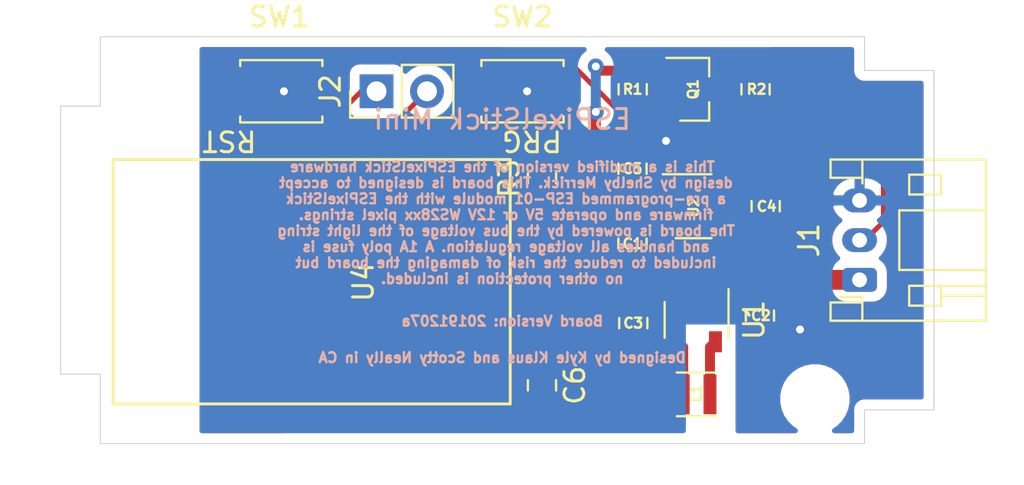
<source format=kicad_pcb>
(kicad_pcb (version 20171130) (host pcbnew "(5.1.4)-1")

  (general
    (thickness 1.6)
    (drawings 18)
    (tracks 103)
    (zones 0)
    (modules 20)
    (nets 22)
  )

  (page A4)
  (layers
    (0 F.Cu signal)
    (31 B.Cu signal)
    (32 B.Adhes user)
    (33 F.Adhes user)
    (34 B.Paste user)
    (35 F.Paste user)
    (36 B.SilkS user)
    (37 F.SilkS user)
    (38 B.Mask user)
    (39 F.Mask user)
    (40 Dwgs.User user)
    (41 Cmts.User user)
    (42 Eco1.User user)
    (43 Eco2.User user)
    (44 Edge.Cuts user)
    (45 Margin user)
    (46 B.CrtYd user)
    (47 F.CrtYd user)
    (48 B.Fab user)
    (49 F.Fab user)
  )

  (setup
    (last_trace_width 0.25)
    (user_trace_width 0.5)
    (user_trace_width 1)
    (user_trace_width 2)
    (trace_clearance 0.2)
    (zone_clearance 0.25)
    (zone_45_only no)
    (trace_min 0.2)
    (via_size 0.8)
    (via_drill 0.4)
    (via_min_size 0.4)
    (via_min_drill 0.3)
    (uvia_size 0.3)
    (uvia_drill 0.1)
    (uvias_allowed no)
    (uvia_min_size 0.2)
    (uvia_min_drill 0.1)
    (edge_width 0.05)
    (segment_width 0.2)
    (pcb_text_width 0.3)
    (pcb_text_size 1.5 1.5)
    (mod_edge_width 0.12)
    (mod_text_size 1 1)
    (mod_text_width 0.15)
    (pad_size 1 1)
    (pad_drill 0)
    (pad_to_mask_clearance 0.051)
    (solder_mask_min_width 0.25)
    (aux_axis_origin 0 0)
    (visible_elements 7FFFFFFF)
    (pcbplotparams
      (layerselection 0x010fc_ffffffff)
      (usegerberextensions false)
      (usegerberattributes false)
      (usegerberadvancedattributes false)
      (creategerberjobfile false)
      (excludeedgelayer true)
      (linewidth 0.100000)
      (plotframeref false)
      (viasonmask false)
      (mode 1)
      (useauxorigin false)
      (hpglpennumber 1)
      (hpglpenspeed 20)
      (hpglpendiameter 15.000000)
      (psnegative false)
      (psa4output false)
      (plotreference true)
      (plotvalue true)
      (plotinvisibletext false)
      (padsonsilk false)
      (subtractmaskfromsilk false)
      (outputformat 1)
      (mirror false)
      (drillshape 0)
      (scaleselection 1)
      (outputdirectory "gerbers"))
  )

  (net 0 "")
  (net 1 GND)
  (net 2 +3V3)
  (net 3 +5V)
  (net 4 /DATA)
  (net 5 /GPIO0)
  (net 6 "Net-(C4-Pad2)")
  (net 7 "Net-(C4-Pad1)")
  (net 8 VIN)
  (net 9 /RXD)
  (net 10 /TXD)
  (net 11 "Net-(U4-Pad1)")
  (net 12 "Net-(L1-Pad1)")
  (net 13 /RST)
  (net 14 "Net-(R3-Pad2)")
  (net 15 "Net-(U4-Pad12)")
  (net 16 "Net-(U4-Pad11)")
  (net 17 "Net-(U4-Pad6)")
  (net 18 "Net-(U4-Pad5)")
  (net 19 "Net-(U4-Pad4)")
  (net 20 "Net-(U4-Pad3)")
  (net 21 "Net-(U4-Pad2)")

  (net_class Default "This is the default net class."
    (clearance 0.2)
    (trace_width 0.25)
    (via_dia 0.8)
    (via_drill 0.4)
    (uvia_dia 0.3)
    (uvia_drill 0.1)
    (add_net +3V3)
    (add_net +5V)
    (add_net /DATA)
    (add_net /GPIO0)
    (add_net /RST)
    (add_net /RXD)
    (add_net /TXD)
    (add_net GND)
    (add_net "Net-(C4-Pad1)")
    (add_net "Net-(C4-Pad2)")
    (add_net "Net-(L1-Pad1)")
    (add_net "Net-(R3-Pad2)")
    (add_net "Net-(U4-Pad1)")
    (add_net "Net-(U4-Pad11)")
    (add_net "Net-(U4-Pad12)")
    (add_net "Net-(U4-Pad2)")
    (add_net "Net-(U4-Pad3)")
    (add_net "Net-(U4-Pad4)")
    (add_net "Net-(U4-Pad5)")
    (add_net "Net-(U4-Pad6)")
    (add_net VIN)
  )

  (module Connector_JST:JST_PH_S3B-PH-K_1x03_P2.00mm_Horizontal (layer F.Cu) (tedit 5B7745C6) (tstamp 5DF8866E)
    (at 110.25 40.75 90)
    (descr "JST PH series connector, S3B-PH-K (http://www.jst-mfg.com/product/pdf/eng/ePH.pdf), generated with kicad-footprint-generator")
    (tags "connector JST PH top entry")
    (path /5DFF0485)
    (fp_text reference J1 (at 2 -2.55 90) (layer F.SilkS)
      (effects (font (size 1 1) (thickness 0.15)))
    )
    (fp_text value WS281* (at 2 7.45 90) (layer F.Fab)
      (effects (font (size 1 1) (thickness 0.15)))
    )
    (fp_text user %R (at 2 2.5 90) (layer F.Fab)
      (effects (font (size 1 1) (thickness 0.15)))
    )
    (fp_line (start 0.5 1.375) (end 0 0.875) (layer F.Fab) (width 0.1))
    (fp_line (start -0.5 1.375) (end 0.5 1.375) (layer F.Fab) (width 0.1))
    (fp_line (start 0 0.875) (end -0.5 1.375) (layer F.Fab) (width 0.1))
    (fp_line (start -0.86 0.14) (end -0.86 -1.075) (layer F.SilkS) (width 0.12))
    (fp_line (start 5.25 0.25) (end -1.25 0.25) (layer F.Fab) (width 0.1))
    (fp_line (start 5.25 -1.35) (end 5.25 0.25) (layer F.Fab) (width 0.1))
    (fp_line (start 5.95 -1.35) (end 5.25 -1.35) (layer F.Fab) (width 0.1))
    (fp_line (start 5.95 6.25) (end 5.95 -1.35) (layer F.Fab) (width 0.1))
    (fp_line (start -1.95 6.25) (end 5.95 6.25) (layer F.Fab) (width 0.1))
    (fp_line (start -1.95 -1.35) (end -1.95 6.25) (layer F.Fab) (width 0.1))
    (fp_line (start -1.25 -1.35) (end -1.95 -1.35) (layer F.Fab) (width 0.1))
    (fp_line (start -1.25 0.25) (end -1.25 -1.35) (layer F.Fab) (width 0.1))
    (fp_line (start 6.45 -1.85) (end -2.45 -1.85) (layer F.CrtYd) (width 0.05))
    (fp_line (start 6.45 6.75) (end 6.45 -1.85) (layer F.CrtYd) (width 0.05))
    (fp_line (start -2.45 6.75) (end 6.45 6.75) (layer F.CrtYd) (width 0.05))
    (fp_line (start -2.45 -1.85) (end -2.45 6.75) (layer F.CrtYd) (width 0.05))
    (fp_line (start -0.8 4.1) (end -0.8 6.36) (layer F.SilkS) (width 0.12))
    (fp_line (start -0.3 4.1) (end -0.3 6.36) (layer F.SilkS) (width 0.12))
    (fp_line (start 4.3 2.5) (end 5.3 2.5) (layer F.SilkS) (width 0.12))
    (fp_line (start 4.3 4.1) (end 4.3 2.5) (layer F.SilkS) (width 0.12))
    (fp_line (start 5.3 4.1) (end 4.3 4.1) (layer F.SilkS) (width 0.12))
    (fp_line (start 5.3 2.5) (end 5.3 4.1) (layer F.SilkS) (width 0.12))
    (fp_line (start -0.3 2.5) (end -1.3 2.5) (layer F.SilkS) (width 0.12))
    (fp_line (start -0.3 4.1) (end -0.3 2.5) (layer F.SilkS) (width 0.12))
    (fp_line (start -1.3 4.1) (end -0.3 4.1) (layer F.SilkS) (width 0.12))
    (fp_line (start -1.3 2.5) (end -1.3 4.1) (layer F.SilkS) (width 0.12))
    (fp_line (start 6.06 0.14) (end 5.14 0.14) (layer F.SilkS) (width 0.12))
    (fp_line (start -2.06 0.14) (end -1.14 0.14) (layer F.SilkS) (width 0.12))
    (fp_line (start 3.5 2) (end 3.5 6.36) (layer F.SilkS) (width 0.12))
    (fp_line (start 0.5 2) (end 3.5 2) (layer F.SilkS) (width 0.12))
    (fp_line (start 0.5 6.36) (end 0.5 2) (layer F.SilkS) (width 0.12))
    (fp_line (start 5.14 0.14) (end 4.86 0.14) (layer F.SilkS) (width 0.12))
    (fp_line (start 5.14 -1.46) (end 5.14 0.14) (layer F.SilkS) (width 0.12))
    (fp_line (start 6.06 -1.46) (end 5.14 -1.46) (layer F.SilkS) (width 0.12))
    (fp_line (start 6.06 6.36) (end 6.06 -1.46) (layer F.SilkS) (width 0.12))
    (fp_line (start -2.06 6.36) (end 6.06 6.36) (layer F.SilkS) (width 0.12))
    (fp_line (start -2.06 -1.46) (end -2.06 6.36) (layer F.SilkS) (width 0.12))
    (fp_line (start -1.14 -1.46) (end -2.06 -1.46) (layer F.SilkS) (width 0.12))
    (fp_line (start -1.14 0.14) (end -1.14 -1.46) (layer F.SilkS) (width 0.12))
    (fp_line (start -0.86 0.14) (end -1.14 0.14) (layer F.SilkS) (width 0.12))
    (pad 3 thru_hole oval (at 4 0 90) (size 1.2 1.75) (drill 0.75) (layers *.Cu *.Mask)
      (net 1 GND))
    (pad 2 thru_hole oval (at 2 0 90) (size 1.2 1.75) (drill 0.75) (layers *.Cu *.Mask)
      (net 4 /DATA))
    (pad 1 thru_hole roundrect (at 0 0 90) (size 1.2 1.75) (drill 0.75) (layers *.Cu *.Mask) (roundrect_rratio 0.208333)
      (net 8 VIN))
    (model ${KISYS3DMOD}/Connector_JST.3dshapes/JST_PH_S3B-PH-K_1x03_P2.00mm_Horizontal.wrl
      (at (xyz 0 0 0))
      (scale (xyz 1 1 1))
      (rotate (xyz 0 0 0))
    )
  )

  (module Package_TO_SOT_SMD:SOT-23-5 (layer F.Cu) (tedit 5A02FF57) (tstamp 5DF886AE)
    (at 102.04 42.77 270)
    (descr "5-pin SOT23 package")
    (tags SOT-23-5)
    (path /5DFB108A)
    (attr smd)
    (fp_text reference U1 (at 0 -2.9 90) (layer F.SilkS)
      (effects (font (size 1 1) (thickness 0.15)))
    )
    (fp_text value LM3670MF (at 0 2.9 90) (layer F.Fab)
      (effects (font (size 1 1) (thickness 0.15)))
    )
    (fp_line (start 0.9 -1.55) (end 0.9 1.55) (layer F.Fab) (width 0.1))
    (fp_line (start 0.9 1.55) (end -0.9 1.55) (layer F.Fab) (width 0.1))
    (fp_line (start -0.9 -0.9) (end -0.9 1.55) (layer F.Fab) (width 0.1))
    (fp_line (start 0.9 -1.55) (end -0.25 -1.55) (layer F.Fab) (width 0.1))
    (fp_line (start -0.9 -0.9) (end -0.25 -1.55) (layer F.Fab) (width 0.1))
    (fp_line (start -1.9 1.8) (end -1.9 -1.8) (layer F.CrtYd) (width 0.05))
    (fp_line (start 1.9 1.8) (end -1.9 1.8) (layer F.CrtYd) (width 0.05))
    (fp_line (start 1.9 -1.8) (end 1.9 1.8) (layer F.CrtYd) (width 0.05))
    (fp_line (start -1.9 -1.8) (end 1.9 -1.8) (layer F.CrtYd) (width 0.05))
    (fp_line (start 0.9 -1.61) (end -1.55 -1.61) (layer F.SilkS) (width 0.12))
    (fp_line (start -0.9 1.61) (end 0.9 1.61) (layer F.SilkS) (width 0.12))
    (fp_text user %R (at 0 0) (layer F.Fab)
      (effects (font (size 0.5 0.5) (thickness 0.075)))
    )
    (pad 5 smd rect (at 1.1 -0.95 270) (size 1.06 0.65) (layers F.Cu F.Paste F.Mask)
      (net 12 "Net-(L1-Pad1)"))
    (pad 4 smd rect (at 1.1 0.95 270) (size 1.06 0.65) (layers F.Cu F.Paste F.Mask)
      (net 2 +3V3))
    (pad 3 smd rect (at -1.1 0.95 270) (size 1.06 0.65) (layers F.Cu F.Paste F.Mask)
      (net 8 VIN))
    (pad 2 smd rect (at -1.1 0 270) (size 1.06 0.65) (layers F.Cu F.Paste F.Mask)
      (net 1 GND))
    (pad 1 smd rect (at -1.1 -0.95 270) (size 1.06 0.65) (layers F.Cu F.Paste F.Mask)
      (net 8 VIN))
    (model ${KISYS3DMOD}/Package_TO_SOT_SMD.3dshapes/SOT-23-5.wrl
      (at (xyz 0 0 0))
      (scale (xyz 1 1 1))
      (rotate (xyz 0 0 0))
    )
  )

  (module Connector_PinHeader_2.54mm:PinHeader_1x02_P2.54mm_Vertical locked (layer F.Cu) (tedit 59FED5CC) (tstamp 5DF8E2B3)
    (at 85.917499 31.25 90)
    (descr "Through hole straight pin header, 1x02, 2.54mm pitch, single row")
    (tags "Through hole pin header THT 1x02 2.54mm single row")
    (path /5E028B8A)
    (fp_text reference J2 (at 0 -2.33 90) (layer F.SilkS)
      (effects (font (size 1 1) (thickness 0.15)))
    )
    (fp_text value ISP (at 0 4.87 90) (layer F.Fab)
      (effects (font (size 1 1) (thickness 0.15)))
    )
    (fp_text user %R (at 0 1.27) (layer F.Fab)
      (effects (font (size 1 1) (thickness 0.15)))
    )
    (fp_line (start 1.8 -1.8) (end -1.8 -1.8) (layer F.CrtYd) (width 0.05))
    (fp_line (start 1.8 4.35) (end 1.8 -1.8) (layer F.CrtYd) (width 0.05))
    (fp_line (start -1.8 4.35) (end 1.8 4.35) (layer F.CrtYd) (width 0.05))
    (fp_line (start -1.8 -1.8) (end -1.8 4.35) (layer F.CrtYd) (width 0.05))
    (fp_line (start -1.33 -1.33) (end 0 -1.33) (layer F.SilkS) (width 0.12))
    (fp_line (start -1.33 0) (end -1.33 -1.33) (layer F.SilkS) (width 0.12))
    (fp_line (start -1.33 1.27) (end 1.33 1.27) (layer F.SilkS) (width 0.12))
    (fp_line (start 1.33 1.27) (end 1.33 3.87) (layer F.SilkS) (width 0.12))
    (fp_line (start -1.33 1.27) (end -1.33 3.87) (layer F.SilkS) (width 0.12))
    (fp_line (start -1.33 3.87) (end 1.33 3.87) (layer F.SilkS) (width 0.12))
    (fp_line (start -1.27 -0.635) (end -0.635 -1.27) (layer F.Fab) (width 0.1))
    (fp_line (start -1.27 3.81) (end -1.27 -0.635) (layer F.Fab) (width 0.1))
    (fp_line (start 1.27 3.81) (end -1.27 3.81) (layer F.Fab) (width 0.1))
    (fp_line (start 1.27 -1.27) (end 1.27 3.81) (layer F.Fab) (width 0.1))
    (fp_line (start -0.635 -1.27) (end 1.27 -1.27) (layer F.Fab) (width 0.1))
    (pad 2 thru_hole oval (at 0 2.54 90) (size 1.7 1.7) (drill 1) (layers *.Cu *.Mask)
      (net 9 /RXD))
    (pad 1 thru_hole rect (at 0 0 90) (size 1.7 1.7) (drill 1) (layers *.Cu *.Mask)
      (net 10 /TXD))
    (model ${KISYS3DMOD}/Connector_PinHeader_2.54mm.3dshapes/PinHeader_1x02_P2.54mm_Vertical.wrl
      (at (xyz 0 0 0))
      (scale (xyz 1 1 1))
      (rotate (xyz 0 0 0))
    )
  )

  (module Button_Switch_SMD:SW_Push_SPST_NO_Alps_SKRK locked (layer F.Cu) (tedit 5C2A8900) (tstamp 5DF8E274)
    (at 93.267499 31.25)
    (descr http://www.alps.com/prod/info/E/HTML/Tact/SurfaceMount/SKRK/SKRKAHE020.html)
    (tags "SMD SMT button")
    (path /5E02B35E)
    (attr smd)
    (fp_text reference SW2 (at 0 -3.75) (layer F.SilkS)
      (effects (font (size 1 1) (thickness 0.15)))
    )
    (fp_text value PROG (at 0 2.5) (layer F.Fab)
      (effects (font (size 1 1) (thickness 0.15)))
    )
    (fp_line (start 2.07 -1.57) (end 2.07 -1.27) (layer F.SilkS) (width 0.12))
    (fp_line (start -2.07 1.57) (end -2.07 1.27) (layer F.SilkS) (width 0.12))
    (fp_line (start 1.95 -1.45) (end 1.95 1.45) (layer F.Fab) (width 0.1))
    (fp_line (start -1.95 -1.45) (end 1.95 -1.45) (layer F.Fab) (width 0.1))
    (fp_line (start -1.95 1.45) (end -1.95 -1.45) (layer F.Fab) (width 0.1))
    (fp_line (start 1.95 1.45) (end -1.95 1.45) (layer F.Fab) (width 0.1))
    (fp_line (start -2.75 1.7) (end -2.75 -1.7) (layer F.CrtYd) (width 0.05))
    (fp_line (start 2.75 1.7) (end -2.75 1.7) (layer F.CrtYd) (width 0.05))
    (fp_line (start 2.75 -1.7) (end 2.75 1.7) (layer F.CrtYd) (width 0.05))
    (fp_line (start -2.75 -1.7) (end 2.75 -1.7) (layer F.CrtYd) (width 0.05))
    (fp_text user %R (at 0 0) (layer F.Fab)
      (effects (font (size 1 1) (thickness 0.15)))
    )
    (fp_circle (center 0 0) (end 1 0) (layer F.Fab) (width 0.1))
    (fp_line (start -2.07 -1.27) (end -2.07 -1.57) (layer F.SilkS) (width 0.12))
    (fp_line (start 2.07 1.57) (end -2.07 1.57) (layer F.SilkS) (width 0.12))
    (fp_line (start 2.07 1.27) (end 2.07 1.57) (layer F.SilkS) (width 0.12))
    (fp_line (start -2.07 -1.57) (end 2.07 -1.57) (layer F.SilkS) (width 0.12))
    (pad 1 smd roundrect (at -2.1 0) (size 0.8 2) (layers F.Cu F.Paste F.Mask) (roundrect_rratio 0.25)
      (net 5 /GPIO0))
    (pad 2 smd roundrect (at 2.1 0) (size 0.8 2) (layers F.Cu F.Paste F.Mask) (roundrect_rratio 0.25)
      (net 1 GND))
    (model ${KISYS3DMOD}/Button_Switch_SMD.3dshapes/SW_Push_SPST_NO_Alps_SKRK.wrl
      (at (xyz 0 0 0))
      (scale (xyz 1 1 1))
      (rotate (xyz 0 0 0))
    )
    (model "${KIPRJMOD}/3x4x2 tact button.step"
      (offset (xyz -2.5 0.75 0))
      (scale (xyz 1 1 1))
      (rotate (xyz -90 0 0))
    )
  )

  (module Button_Switch_SMD:SW_Push_SPST_NO_Alps_SKRK locked (layer F.Cu) (tedit 5C2A8900) (tstamp 5DF8E235)
    (at 81.117499 31.25 180)
    (descr http://www.alps.com/prod/info/E/HTML/Tact/SurfaceMount/SKRK/SKRKAHE020.html)
    (tags "SMD SMT button")
    (path /5E00B193)
    (attr smd)
    (fp_text reference SW1 (at 0.1 3.75) (layer F.SilkS)
      (effects (font (size 1 1) (thickness 0.15)))
    )
    (fp_text value RESET (at 3.85 0.25 90) (layer F.Fab)
      (effects (font (size 1 1) (thickness 0.15)))
    )
    (fp_line (start 2.07 -1.57) (end 2.07 -1.27) (layer F.SilkS) (width 0.12))
    (fp_line (start -2.07 1.57) (end -2.07 1.27) (layer F.SilkS) (width 0.12))
    (fp_line (start 1.95 -1.45) (end 1.95 1.45) (layer F.Fab) (width 0.1))
    (fp_line (start -1.95 -1.45) (end 1.95 -1.45) (layer F.Fab) (width 0.1))
    (fp_line (start -1.95 1.45) (end -1.95 -1.45) (layer F.Fab) (width 0.1))
    (fp_line (start 1.95 1.45) (end -1.95 1.45) (layer F.Fab) (width 0.1))
    (fp_line (start -2.75 1.7) (end -2.75 -1.7) (layer F.CrtYd) (width 0.05))
    (fp_line (start 2.75 1.7) (end -2.75 1.7) (layer F.CrtYd) (width 0.05))
    (fp_line (start 2.75 -1.7) (end 2.75 1.7) (layer F.CrtYd) (width 0.05))
    (fp_line (start -2.75 -1.7) (end 2.75 -1.7) (layer F.CrtYd) (width 0.05))
    (fp_text user %R (at 0 0) (layer F.Fab)
      (effects (font (size 1 1) (thickness 0.15)))
    )
    (fp_circle (center 0 0) (end 1 0) (layer F.Fab) (width 0.1))
    (fp_line (start -2.07 -1.27) (end -2.07 -1.57) (layer F.SilkS) (width 0.12))
    (fp_line (start 2.07 1.57) (end -2.07 1.57) (layer F.SilkS) (width 0.12))
    (fp_line (start 2.07 1.27) (end 2.07 1.57) (layer F.SilkS) (width 0.12))
    (fp_line (start -2.07 -1.57) (end 2.07 -1.57) (layer F.SilkS) (width 0.12))
    (pad 1 smd roundrect (at -2.1 0 180) (size 0.8 2) (layers F.Cu F.Paste F.Mask) (roundrect_rratio 0.25)
      (net 13 /RST))
    (pad 2 smd roundrect (at 2.1 0 180) (size 0.8 2) (layers F.Cu F.Paste F.Mask) (roundrect_rratio 0.25)
      (net 1 GND))
    (model ${KISYS3DMOD}/Button_Switch_SMD.3dshapes/SW_Push_SPST_NO_Alps_SKRK.wrl
      (at (xyz 0 0 0))
      (scale (xyz 1 1 1))
      (rotate (xyz 0 0 0))
    )
    (model "${KIPRJMOD}/3x4x2 tact button.step"
      (offset (xyz -2.5 0.75 0))
      (scale (xyz 1 1 1))
      (rotate (xyz -90 0 0))
    )
  )

  (module Resistor_SMD:R_0805_2012Metric (layer F.Cu) (tedit 5B36C52B) (tstamp 5DF905B5)
    (at 94.25 35.64 90)
    (descr "Resistor SMD 0805 (2012 Metric), square (rectangular) end terminal, IPC_7351 nominal, (Body size source: https://docs.google.com/spreadsheets/d/1BsfQQcO9C6DZCsRaXUlFlo91Tg2WpOkGARC1WS5S8t0/edit?usp=sharing), generated with kicad-footprint-generator")
    (tags resistor)
    (path /5E07A1B1)
    (attr smd)
    (fp_text reference R3 (at 0 -1.65 90) (layer F.SilkS)
      (effects (font (size 1 1) (thickness 0.15)))
    )
    (fp_text value 10k (at 0 1.65 90) (layer F.Fab)
      (effects (font (size 1 1) (thickness 0.15)))
    )
    (fp_text user %R (at 0 0 90) (layer F.Fab)
      (effects (font (size 0.5 0.5) (thickness 0.08)))
    )
    (fp_line (start 1.68 0.95) (end -1.68 0.95) (layer F.CrtYd) (width 0.05))
    (fp_line (start 1.68 -0.95) (end 1.68 0.95) (layer F.CrtYd) (width 0.05))
    (fp_line (start -1.68 -0.95) (end 1.68 -0.95) (layer F.CrtYd) (width 0.05))
    (fp_line (start -1.68 0.95) (end -1.68 -0.95) (layer F.CrtYd) (width 0.05))
    (fp_line (start -0.258578 0.71) (end 0.258578 0.71) (layer F.SilkS) (width 0.12))
    (fp_line (start -0.258578 -0.71) (end 0.258578 -0.71) (layer F.SilkS) (width 0.12))
    (fp_line (start 1 0.6) (end -1 0.6) (layer F.Fab) (width 0.1))
    (fp_line (start 1 -0.6) (end 1 0.6) (layer F.Fab) (width 0.1))
    (fp_line (start -1 -0.6) (end 1 -0.6) (layer F.Fab) (width 0.1))
    (fp_line (start -1 0.6) (end -1 -0.6) (layer F.Fab) (width 0.1))
    (pad 2 smd roundrect (at 0.9375 0 90) (size 0.975 1.4) (layers F.Cu F.Paste F.Mask) (roundrect_rratio 0.25)
      (net 14 "Net-(R3-Pad2)"))
    (pad 1 smd roundrect (at -0.9375 0 90) (size 0.975 1.4) (layers F.Cu F.Paste F.Mask) (roundrect_rratio 0.25)
      (net 2 +3V3))
    (model ${KISYS3DMOD}/Resistor_SMD.3dshapes/R_0805_2012Metric.wrl
      (at (xyz 0 0 0))
      (scale (xyz 1 1 1))
      (rotate (xyz 0 0 0))
    )
  )

  (module Capacitor_SMD:C_0805_2012Metric locked (layer F.Cu) (tedit 5B36C52B) (tstamp 5DF8D15E)
    (at 94.25 46.0625 270)
    (descr "Capacitor SMD 0805 (2012 Metric), square (rectangular) end terminal, IPC_7351 nominal, (Body size source: https://docs.google.com/spreadsheets/d/1BsfQQcO9C6DZCsRaXUlFlo91Tg2WpOkGARC1WS5S8t0/edit?usp=sharing), generated with kicad-footprint-generator")
    (tags capacitor)
    (path /5E0AA9FC)
    (attr smd)
    (fp_text reference C6 (at 0 -1.65 90) (layer F.SilkS)
      (effects (font (size 1 1) (thickness 0.15)))
    )
    (fp_text value 22µF (at 0 1.65 90) (layer F.Fab)
      (effects (font (size 1 1) (thickness 0.15)))
    )
    (fp_text user %R (at 0 0 90) (layer F.Fab)
      (effects (font (size 0.5 0.5) (thickness 0.08)))
    )
    (fp_line (start 1.68 0.95) (end -1.68 0.95) (layer F.CrtYd) (width 0.05))
    (fp_line (start 1.68 -0.95) (end 1.68 0.95) (layer F.CrtYd) (width 0.05))
    (fp_line (start -1.68 -0.95) (end 1.68 -0.95) (layer F.CrtYd) (width 0.05))
    (fp_line (start -1.68 0.95) (end -1.68 -0.95) (layer F.CrtYd) (width 0.05))
    (fp_line (start -0.258578 0.71) (end 0.258578 0.71) (layer F.SilkS) (width 0.12))
    (fp_line (start -0.258578 -0.71) (end 0.258578 -0.71) (layer F.SilkS) (width 0.12))
    (fp_line (start 1 0.6) (end -1 0.6) (layer F.Fab) (width 0.1))
    (fp_line (start 1 -0.6) (end 1 0.6) (layer F.Fab) (width 0.1))
    (fp_line (start -1 -0.6) (end 1 -0.6) (layer F.Fab) (width 0.1))
    (fp_line (start -1 0.6) (end -1 -0.6) (layer F.Fab) (width 0.1))
    (pad 2 smd roundrect (at 0.9375 0 270) (size 0.975 1.4) (layers F.Cu F.Paste F.Mask) (roundrect_rratio 0.25)
      (net 2 +3V3))
    (pad 1 smd roundrect (at -0.9375 0 270) (size 0.975 1.4) (layers F.Cu F.Paste F.Mask) (roundrect_rratio 0.25)
      (net 1 GND))
    (model ${KISYS3DMOD}/Capacitor_SMD.3dshapes/C_0805_2012Metric.wrl
      (at (xyz 0 0 0))
      (scale (xyz 1 1 1))
      (rotate (xyz 0 0 0))
    )
  )

  (module ESP8285:ESP-M2 locked (layer F.Cu) (tedit 5BA4955E) (tstamp 5DF8BE15)
    (at 85.25 40.85 90)
    (descr ESP-M2)
    (tags "ESP-M2, ESP8285")
    (path /5DF90019)
    (fp_text reference U4 (at 0 0 90) (layer F.SilkS)
      (effects (font (size 1 1) (thickness 0.15)))
    )
    (fp_text value ESP-M2 (at 0 8.255 90) (layer F.Fab)
      (effects (font (size 1 1) (thickness 0.15)))
    )
    (fp_line (start 6.15 7.4) (end -6.15 7.4) (layer F.SilkS) (width 0.15))
    (fp_line (start -6.15 7.4) (end -6.15 -12.6) (layer F.SilkS) (width 0.15))
    (fp_line (start 6.16 7.4) (end 6.16 -12.6) (layer F.SilkS) (width 0.15))
    (fp_line (start -6.15 -12.6) (end 6.15 -12.6) (layer F.SilkS) (width 0.15))
    (pad 16 smd rect (at -1.3 2.2 180) (size 2.5 2.5) (layers F.Cu F.Paste F.Mask)
      (net 1 GND))
    (pad 15 smd rect (at 6.15 -4.5 180) (size 0.9 2) (layers F.Cu F.Paste F.Mask)
      (net 13 /RST))
    (pad 14 smd rect (at 6.15 -3 180) (size 0.9 2) (layers F.Cu F.Paste F.Mask)
      (net 10 /TXD))
    (pad 13 smd rect (at 6.15 -1.5 180) (size 0.9 2) (layers F.Cu F.Paste F.Mask)
      (net 9 /RXD))
    (pad 12 smd rect (at 6.15 0 180) (size 0.9 2) (layers F.Cu F.Paste F.Mask)
      (net 15 "Net-(U4-Pad12)"))
    (pad 11 smd rect (at 6.15 1.5 180) (size 0.9 2) (layers F.Cu F.Paste F.Mask)
      (net 16 "Net-(U4-Pad11)"))
    (pad 10 smd rect (at 6.15 3 180) (size 0.9 2) (layers F.Cu F.Paste F.Mask)
      (net 5 /GPIO0))
    (pad 9 smd rect (at 6.15 4.5 180) (size 0.9 2) (layers F.Cu F.Paste F.Mask)
      (net 14 "Net-(R3-Pad2)"))
    (pad 8 smd rect (at 6.15 6 180) (size 0.9 2) (layers F.Cu F.Paste F.Mask)
      (net 1 GND))
    (pad 7 smd rect (at -6.15 6 180) (size 0.9 2) (layers F.Cu F.Paste F.Mask)
      (net 2 +3V3))
    (pad 6 smd rect (at -6.15 4.5 180) (size 0.9 2) (layers F.Cu F.Paste F.Mask)
      (net 17 "Net-(U4-Pad6)"))
    (pad 5 smd rect (at -6.15 3 180) (size 0.9 2) (layers F.Cu F.Paste F.Mask)
      (net 18 "Net-(U4-Pad5)"))
    (pad 4 smd rect (at -6.15 1.5 180) (size 0.9 2) (layers F.Cu F.Paste F.Mask)
      (net 19 "Net-(U4-Pad4)"))
    (pad 3 smd rect (at -6.15 0 180) (size 0.9 2) (layers F.Cu F.Paste F.Mask)
      (net 20 "Net-(U4-Pad3)"))
    (pad 2 smd rect (at -6.15 -1.5 180) (size 0.9 2) (layers F.Cu F.Paste F.Mask)
      (net 21 "Net-(U4-Pad2)"))
    (pad 1 smd rect (at -6.15 -3 180) (size 0.9 2) (layers F.Cu F.Paste F.Mask)
      (net 11 "Net-(U4-Pad1)"))
    (model ${KIPRJMOD}/ESP-M2.STEP
      (offset (xyz 0 2.54 0))
      (scale (xyz 1 1 1))
      (rotate (xyz -90 0 90))
    )
  )

  (module MountingHole:MountingHole_2.5mm locked (layer F.Cu) (tedit 56D1B4CB) (tstamp 5DF86FDA)
    (at 75 30.75)
    (descr "Mounting Hole 2.5mm, no annular")
    (tags "mounting hole 2.5mm no annular")
    (attr virtual)
    (fp_text reference REF** (at 0 -3.5) (layer F.SilkS) hide
      (effects (font (size 1 1) (thickness 0.15)))
    )
    (fp_text value MountingHole_2.5mm (at 0 3.5) (layer F.Fab)
      (effects (font (size 1 1) (thickness 0.15)))
    )
    (fp_circle (center 0 0) (end 2.75 0) (layer F.CrtYd) (width 0.05))
    (fp_circle (center 0 0) (end 2.5 0) (layer Cmts.User) (width 0.15))
    (fp_text user %R (at 0.3 0) (layer F.Fab)
      (effects (font (size 1 1) (thickness 0.15)))
    )
    (pad 1 np_thru_hole circle (at 0 0) (size 2.5 2.5) (drill 2.5) (layers *.Cu *.Mask))
  )

  (module MountingHole:MountingHole_2.5mm locked (layer F.Cu) (tedit 56D1B4CB) (tstamp 5DF86FFE)
    (at 108 46.75)
    (descr "Mounting Hole 2.5mm, no annular")
    (tags "mounting hole 2.5mm no annular")
    (attr virtual)
    (fp_text reference REF** (at 0 -3.5) (layer F.SilkS) hide
      (effects (font (size 1 1) (thickness 0.15)))
    )
    (fp_text value MountingHole_2.5mm (at 0 3.5) (layer F.Fab)
      (effects (font (size 1 1) (thickness 0.15)))
    )
    (fp_circle (center 0 0) (end 2.75 0) (layer F.CrtYd) (width 0.05))
    (fp_circle (center 0 0) (end 2.5 0) (layer Cmts.User) (width 0.15))
    (fp_text user %R (at 0.3 0) (layer F.Fab)
      (effects (font (size 1 1) (thickness 0.15)))
    )
    (pad 1 np_thru_hole circle (at 0 0) (size 2.5 2.5) (drill 2.5) (layers *.Cu *.Mask))
  )

  (module Resistor_SMD:R_0805_2012Metric (layer F.Cu) (tedit 5B36C52B) (tstamp 5DF915C1)
    (at 98.82 31.15 270)
    (descr "Resistor SMD 0805 (2012 Metric), square (rectangular) end terminal, IPC_7351 nominal, (Body size source: https://docs.google.com/spreadsheets/d/1BsfQQcO9C6DZCsRaXUlFlo91Tg2WpOkGARC1WS5S8t0/edit?usp=sharing), generated with kicad-footprint-generator")
    (tags resistor)
    (path /5DFF9AF3)
    (attr smd)
    (fp_text reference R1 (at 0 0 180) (layer F.SilkS)
      (effects (font (size 0.5 0.5) (thickness 0.125)))
    )
    (fp_text value 10k (at 0 1.65 90) (layer F.Fab)
      (effects (font (size 1 1) (thickness 0.15)))
    )
    (fp_line (start -1 0.6) (end -1 -0.6) (layer F.Fab) (width 0.1))
    (fp_line (start -1 -0.6) (end 1 -0.6) (layer F.Fab) (width 0.1))
    (fp_line (start 1 -0.6) (end 1 0.6) (layer F.Fab) (width 0.1))
    (fp_line (start 1 0.6) (end -1 0.6) (layer F.Fab) (width 0.1))
    (fp_line (start -0.258578 -0.71) (end 0.258578 -0.71) (layer F.SilkS) (width 0.12))
    (fp_line (start -0.258578 0.71) (end 0.258578 0.71) (layer F.SilkS) (width 0.12))
    (fp_line (start -1.68 0.95) (end -1.68 -0.95) (layer F.CrtYd) (width 0.05))
    (fp_line (start -1.68 -0.95) (end 1.68 -0.95) (layer F.CrtYd) (width 0.05))
    (fp_line (start 1.68 -0.95) (end 1.68 0.95) (layer F.CrtYd) (width 0.05))
    (fp_line (start 1.68 0.95) (end -1.68 0.95) (layer F.CrtYd) (width 0.05))
    (fp_text user %R (at 0 0 90) (layer F.Fab)
      (effects (font (size 0.5 0.5) (thickness 0.08)))
    )
    (pad 1 smd roundrect (at -0.9375 0 270) (size 0.975 1.4) (layers F.Cu F.Paste F.Mask) (roundrect_rratio 0.25)
      (net 2 +3V3))
    (pad 2 smd roundrect (at 0.9375 0 270) (size 0.975 1.4) (layers F.Cu F.Paste F.Mask) (roundrect_rratio 0.25)
      (net 5 /GPIO0))
    (model ${KISYS3DMOD}/Resistor_SMD.3dshapes/R_0805_2012Metric.wrl
      (at (xyz 0 0 0))
      (scale (xyz 1 1 1))
      (rotate (xyz 0 0 0))
    )
  )

  (module Resistor_SMD:R_0805_2012Metric (layer F.Cu) (tedit 5B36C52B) (tstamp 5DF885D8)
    (at 105.01 31.15 270)
    (descr "Resistor SMD 0805 (2012 Metric), square (rectangular) end terminal, IPC_7351 nominal, (Body size source: https://docs.google.com/spreadsheets/d/1BsfQQcO9C6DZCsRaXUlFlo91Tg2WpOkGARC1WS5S8t0/edit?usp=sharing), generated with kicad-footprint-generator")
    (tags resistor)
    (path /5DFFAC44)
    (attr smd)
    (fp_text reference R2 (at 0 -0.05 180) (layer F.SilkS)
      (effects (font (size 0.5 0.5) (thickness 0.125)))
    )
    (fp_text value 10k (at 0 1.65 90) (layer F.Fab)
      (effects (font (size 1 1) (thickness 0.15)))
    )
    (fp_text user %R (at 0 0 90) (layer F.Fab)
      (effects (font (size 0.5 0.5) (thickness 0.08)))
    )
    (fp_line (start 1.68 0.95) (end -1.68 0.95) (layer F.CrtYd) (width 0.05))
    (fp_line (start 1.68 -0.95) (end 1.68 0.95) (layer F.CrtYd) (width 0.05))
    (fp_line (start -1.68 -0.95) (end 1.68 -0.95) (layer F.CrtYd) (width 0.05))
    (fp_line (start -1.68 0.95) (end -1.68 -0.95) (layer F.CrtYd) (width 0.05))
    (fp_line (start -0.258578 0.71) (end 0.258578 0.71) (layer F.SilkS) (width 0.12))
    (fp_line (start -0.258578 -0.71) (end 0.258578 -0.71) (layer F.SilkS) (width 0.12))
    (fp_line (start 1 0.6) (end -1 0.6) (layer F.Fab) (width 0.1))
    (fp_line (start 1 -0.6) (end 1 0.6) (layer F.Fab) (width 0.1))
    (fp_line (start -1 -0.6) (end 1 -0.6) (layer F.Fab) (width 0.1))
    (fp_line (start -1 0.6) (end -1 -0.6) (layer F.Fab) (width 0.1))
    (pad 2 smd roundrect (at 0.9375 0 270) (size 0.975 1.4) (layers F.Cu F.Paste F.Mask) (roundrect_rratio 0.25)
      (net 4 /DATA))
    (pad 1 smd roundrect (at -0.9375 0 270) (size 0.975 1.4) (layers F.Cu F.Paste F.Mask) (roundrect_rratio 0.25)
      (net 3 +5V))
    (model ${KISYS3DMOD}/Resistor_SMD.3dshapes/R_0805_2012Metric.wrl
      (at (xyz 0 0 0))
      (scale (xyz 1 1 1))
      (rotate (xyz 0 0 0))
    )
  )

  (module Package_TO_SOT_SMD:SOT-23-6 (layer F.Cu) (tedit 5A02FF57) (tstamp 5DF911BE)
    (at 101.89 37.04)
    (descr "6-pin SOT-23 package")
    (tags SOT-23-6)
    (path /5DF9FB9E)
    (attr smd)
    (fp_text reference U2 (at 0 0.05 90) (layer F.SilkS)
      (effects (font (size 0.5 0.5) (thickness 0.125)))
    )
    (fp_text value RT9361A (at 0 2.9) (layer F.Fab)
      (effects (font (size 1 1) (thickness 0.15)))
    )
    (fp_line (start 0.9 -1.55) (end 0.9 1.55) (layer F.Fab) (width 0.1))
    (fp_line (start 0.9 1.55) (end -0.9 1.55) (layer F.Fab) (width 0.1))
    (fp_line (start -0.9 -0.9) (end -0.9 1.55) (layer F.Fab) (width 0.1))
    (fp_line (start 0.9 -1.55) (end -0.25 -1.55) (layer F.Fab) (width 0.1))
    (fp_line (start -0.9 -0.9) (end -0.25 -1.55) (layer F.Fab) (width 0.1))
    (fp_line (start -1.9 -1.8) (end -1.9 1.8) (layer F.CrtYd) (width 0.05))
    (fp_line (start -1.9 1.8) (end 1.9 1.8) (layer F.CrtYd) (width 0.05))
    (fp_line (start 1.9 1.8) (end 1.9 -1.8) (layer F.CrtYd) (width 0.05))
    (fp_line (start 1.9 -1.8) (end -1.9 -1.8) (layer F.CrtYd) (width 0.05))
    (fp_line (start 0.9 -1.61) (end -1.55 -1.61) (layer F.SilkS) (width 0.12))
    (fp_line (start -0.9 1.61) (end 0.9 1.61) (layer F.SilkS) (width 0.12))
    (fp_text user %R (at 0 0 90) (layer F.Fab)
      (effects (font (size 0.5 0.5) (thickness 0.075)))
    )
    (pad 5 smd rect (at 1.1 0) (size 1.06 0.65) (layers F.Cu F.Paste F.Mask)
      (net 2 +3V3))
    (pad 6 smd rect (at 1.1 -0.95) (size 1.06 0.65) (layers F.Cu F.Paste F.Mask)
      (net 7 "Net-(C4-Pad1)"))
    (pad 4 smd rect (at 1.1 0.95) (size 1.06 0.65) (layers F.Cu F.Paste F.Mask)
      (net 6 "Net-(C4-Pad2)"))
    (pad 3 smd rect (at -1.1 0.95) (size 1.06 0.65) (layers F.Cu F.Paste F.Mask)
      (net 2 +3V3))
    (pad 2 smd rect (at -1.1 0) (size 1.06 0.65) (layers F.Cu F.Paste F.Mask)
      (net 1 GND))
    (pad 1 smd rect (at -1.1 -0.95) (size 1.06 0.65) (layers F.Cu F.Paste F.Mask)
      (net 3 +5V))
    (model ${KISYS3DMOD}/Package_TO_SOT_SMD.3dshapes/SOT-23-6.wrl
      (at (xyz 0 0 0))
      (scale (xyz 1 1 1))
      (rotate (xyz 0 0 0))
    )
  )

  (module Package_TO_SOT_SMD:SOT-23 (layer F.Cu) (tedit 5A02FF57) (tstamp 5DF91589)
    (at 101.915 31.15)
    (descr "SOT-23, Standard")
    (tags SOT-23)
    (path /5DFF2D59)
    (attr smd)
    (fp_text reference Q1 (at -0.05 0 270) (layer F.SilkS)
      (effects (font (size 0.5 0.5) (thickness 0.125)))
    )
    (fp_text value BSS138 (at 0 2.5) (layer F.Fab)
      (effects (font (size 1 1) (thickness 0.15)))
    )
    (fp_line (start 0.76 1.58) (end -0.7 1.58) (layer F.SilkS) (width 0.12))
    (fp_line (start 0.76 -1.58) (end -1.4 -1.58) (layer F.SilkS) (width 0.12))
    (fp_line (start -1.7 1.75) (end -1.7 -1.75) (layer F.CrtYd) (width 0.05))
    (fp_line (start 1.7 1.75) (end -1.7 1.75) (layer F.CrtYd) (width 0.05))
    (fp_line (start 1.7 -1.75) (end 1.7 1.75) (layer F.CrtYd) (width 0.05))
    (fp_line (start -1.7 -1.75) (end 1.7 -1.75) (layer F.CrtYd) (width 0.05))
    (fp_line (start 0.76 -1.58) (end 0.76 -0.65) (layer F.SilkS) (width 0.12))
    (fp_line (start 0.76 1.58) (end 0.76 0.65) (layer F.SilkS) (width 0.12))
    (fp_line (start -0.7 1.52) (end 0.7 1.52) (layer F.Fab) (width 0.1))
    (fp_line (start 0.7 -1.52) (end 0.7 1.52) (layer F.Fab) (width 0.1))
    (fp_line (start -0.7 -0.95) (end -0.15 -1.52) (layer F.Fab) (width 0.1))
    (fp_line (start -0.15 -1.52) (end 0.7 -1.52) (layer F.Fab) (width 0.1))
    (fp_line (start -0.7 -0.95) (end -0.7 1.5) (layer F.Fab) (width 0.1))
    (fp_text user %R (at 0 0 90) (layer F.Fab)
      (effects (font (size 0.5 0.5) (thickness 0.075)))
    )
    (pad 3 smd rect (at 1 0) (size 0.9 0.8) (layers F.Cu F.Paste F.Mask)
      (net 4 /DATA))
    (pad 2 smd rect (at -1 0.95) (size 0.9 0.8) (layers F.Cu F.Paste F.Mask)
      (net 5 /GPIO0))
    (pad 1 smd rect (at -1 -0.95) (size 0.9 0.8) (layers F.Cu F.Paste F.Mask)
      (net 2 +3V3))
    (model ${KISYS3DMOD}/Package_TO_SOT_SMD.3dshapes/SOT-23.wrl
      (at (xyz 0 0 0))
      (scale (xyz 1 1 1))
      (rotate (xyz 0 0 0))
    )
  )

  (module Capacitor_SMD:C_0805_2012Metric (layer F.Cu) (tedit 5B36C52B) (tstamp 5DF91189)
    (at 98.81 35.15 90)
    (descr "Capacitor SMD 0805 (2012 Metric), square (rectangular) end terminal, IPC_7351 nominal, (Body size source: https://docs.google.com/spreadsheets/d/1BsfQQcO9C6DZCsRaXUlFlo91Tg2WpOkGARC1WS5S8t0/edit?usp=sharing), generated with kicad-footprint-generator")
    (tags capacitor)
    (path /5DEB48EA)
    (attr smd)
    (fp_text reference C5 (at 0 0) (layer F.SilkS)
      (effects (font (size 0.5 0.5) (thickness 0.125)))
    )
    (fp_text value 10µF (at 0 1.65 90) (layer F.Fab)
      (effects (font (size 1 1) (thickness 0.15)))
    )
    (fp_line (start -1 0.6) (end -1 -0.6) (layer F.Fab) (width 0.1))
    (fp_line (start -1 -0.6) (end 1 -0.6) (layer F.Fab) (width 0.1))
    (fp_line (start 1 -0.6) (end 1 0.6) (layer F.Fab) (width 0.1))
    (fp_line (start 1 0.6) (end -1 0.6) (layer F.Fab) (width 0.1))
    (fp_line (start -0.258578 -0.71) (end 0.258578 -0.71) (layer F.SilkS) (width 0.12))
    (fp_line (start -0.258578 0.71) (end 0.258578 0.71) (layer F.SilkS) (width 0.12))
    (fp_line (start -1.68 0.95) (end -1.68 -0.95) (layer F.CrtYd) (width 0.05))
    (fp_line (start -1.68 -0.95) (end 1.68 -0.95) (layer F.CrtYd) (width 0.05))
    (fp_line (start 1.68 -0.95) (end 1.68 0.95) (layer F.CrtYd) (width 0.05))
    (fp_line (start 1.68 0.95) (end -1.68 0.95) (layer F.CrtYd) (width 0.05))
    (fp_text user %R (at 0 0 90) (layer F.Fab)
      (effects (font (size 0.5 0.5) (thickness 0.08)))
    )
    (pad 1 smd roundrect (at -0.9375 0 90) (size 0.975 1.4) (layers F.Cu F.Paste F.Mask) (roundrect_rratio 0.25)
      (net 3 +5V))
    (pad 2 smd roundrect (at 0.9375 0 90) (size 0.975 1.4) (layers F.Cu F.Paste F.Mask) (roundrect_rratio 0.25)
      (net 1 GND))
    (model ${KISYS3DMOD}/Capacitor_SMD.3dshapes/C_0805_2012Metric.wrl
      (at (xyz 0 0 0))
      (scale (xyz 1 1 1))
      (rotate (xyz 0 0 0))
    )
  )

  (module Capacitor_SMD:C_0805_2012Metric (layer F.Cu) (tedit 5B36C52B) (tstamp 5DF91159)
    (at 105.52 37.04 270)
    (descr "Capacitor SMD 0805 (2012 Metric), square (rectangular) end terminal, IPC_7351 nominal, (Body size source: https://docs.google.com/spreadsheets/d/1BsfQQcO9C6DZCsRaXUlFlo91Tg2WpOkGARC1WS5S8t0/edit?usp=sharing), generated with kicad-footprint-generator")
    (tags capacitor)
    (path /5DEB5F38)
    (attr smd)
    (fp_text reference C4 (at 0.0125 -0.05) (layer F.SilkS)
      (effects (font (size 0.5 0.5) (thickness 0.125)))
    )
    (fp_text value 1µF (at 0 1.65 90) (layer F.Fab)
      (effects (font (size 1 1) (thickness 0.15)))
    )
    (fp_line (start -1 0.6) (end -1 -0.6) (layer F.Fab) (width 0.1))
    (fp_line (start -1 -0.6) (end 1 -0.6) (layer F.Fab) (width 0.1))
    (fp_line (start 1 -0.6) (end 1 0.6) (layer F.Fab) (width 0.1))
    (fp_line (start 1 0.6) (end -1 0.6) (layer F.Fab) (width 0.1))
    (fp_line (start -0.258578 -0.71) (end 0.258578 -0.71) (layer F.SilkS) (width 0.12))
    (fp_line (start -0.258578 0.71) (end 0.258578 0.71) (layer F.SilkS) (width 0.12))
    (fp_line (start -1.68 0.95) (end -1.68 -0.95) (layer F.CrtYd) (width 0.05))
    (fp_line (start -1.68 -0.95) (end 1.68 -0.95) (layer F.CrtYd) (width 0.05))
    (fp_line (start 1.68 -0.95) (end 1.68 0.95) (layer F.CrtYd) (width 0.05))
    (fp_line (start 1.68 0.95) (end -1.68 0.95) (layer F.CrtYd) (width 0.05))
    (fp_text user %R (at 0 0 90) (layer F.Fab)
      (effects (font (size 0.5 0.5) (thickness 0.08)))
    )
    (pad 1 smd roundrect (at -0.9375 0 270) (size 0.975 1.4) (layers F.Cu F.Paste F.Mask) (roundrect_rratio 0.25)
      (net 7 "Net-(C4-Pad1)"))
    (pad 2 smd roundrect (at 0.9375 0 270) (size 0.975 1.4) (layers F.Cu F.Paste F.Mask) (roundrect_rratio 0.25)
      (net 6 "Net-(C4-Pad2)"))
    (model ${KISYS3DMOD}/Capacitor_SMD.3dshapes/C_0805_2012Metric.wrl
      (at (xyz 0 0 0))
      (scale (xyz 1 1 1))
      (rotate (xyz 0 0 0))
    )
  )

  (module Capacitor_SMD:C_0805_2012Metric (layer F.Cu) (tedit 5B36C52B) (tstamp 5DF8FBC1)
    (at 98.85 42.93 90)
    (descr "Capacitor SMD 0805 (2012 Metric), square (rectangular) end terminal, IPC_7351 nominal, (Body size source: https://docs.google.com/spreadsheets/d/1BsfQQcO9C6DZCsRaXUlFlo91Tg2WpOkGARC1WS5S8t0/edit?usp=sharing), generated with kicad-footprint-generator")
    (tags capacitor)
    (path /5DE9A199)
    (attr smd)
    (fp_text reference C3 (at 0 0) (layer F.SilkS)
      (effects (font (size 0.5 0.5) (thickness 0.125)))
    )
    (fp_text value 22µF (at 0 1.65 90) (layer F.Fab)
      (effects (font (size 1 1) (thickness 0.15)))
    )
    (fp_line (start -1 0.6) (end -1 -0.6) (layer F.Fab) (width 0.1))
    (fp_line (start -1 -0.6) (end 1 -0.6) (layer F.Fab) (width 0.1))
    (fp_line (start 1 -0.6) (end 1 0.6) (layer F.Fab) (width 0.1))
    (fp_line (start 1 0.6) (end -1 0.6) (layer F.Fab) (width 0.1))
    (fp_line (start -0.258578 -0.71) (end 0.258578 -0.71) (layer F.SilkS) (width 0.12))
    (fp_line (start -0.258578 0.71) (end 0.258578 0.71) (layer F.SilkS) (width 0.12))
    (fp_line (start -1.68 0.95) (end -1.68 -0.95) (layer F.CrtYd) (width 0.05))
    (fp_line (start -1.68 -0.95) (end 1.68 -0.95) (layer F.CrtYd) (width 0.05))
    (fp_line (start 1.68 -0.95) (end 1.68 0.95) (layer F.CrtYd) (width 0.05))
    (fp_line (start 1.68 0.95) (end -1.68 0.95) (layer F.CrtYd) (width 0.05))
    (fp_text user %R (at 0 0 90) (layer F.Fab)
      (effects (font (size 0.5 0.5) (thickness 0.08)))
    )
    (pad 1 smd roundrect (at -0.9375 0 90) (size 0.975 1.4) (layers F.Cu F.Paste F.Mask) (roundrect_rratio 0.25)
      (net 2 +3V3))
    (pad 2 smd roundrect (at 0.9375 0 90) (size 0.975 1.4) (layers F.Cu F.Paste F.Mask) (roundrect_rratio 0.25)
      (net 1 GND))
    (model ${KISYS3DMOD}/Capacitor_SMD.3dshapes/C_0805_2012Metric.wrl
      (at (xyz 0 0 0))
      (scale (xyz 1 1 1))
      (rotate (xyz 0 0 0))
    )
  )

  (module Capacitor_SMD:C_0805_2012Metric (layer F.Cu) (tedit 5B36C52B) (tstamp 5DF8FEC0)
    (at 105.23 42.55 270)
    (descr "Capacitor SMD 0805 (2012 Metric), square (rectangular) end terminal, IPC_7351 nominal, (Body size source: https://docs.google.com/spreadsheets/d/1BsfQQcO9C6DZCsRaXUlFlo91Tg2WpOkGARC1WS5S8t0/edit?usp=sharing), generated with kicad-footprint-generator")
    (tags capacitor)
    (path /5DE99CA9)
    (attr smd)
    (fp_text reference C2 (at 0 -0.05) (layer F.SilkS)
      (effects (font (size 0.5 0.5) (thickness 0.125)))
    )
    (fp_text value 10µF (at 0 1.65 90) (layer F.Fab)
      (effects (font (size 1 1) (thickness 0.15)))
    )
    (fp_line (start -1 0.6) (end -1 -0.6) (layer F.Fab) (width 0.1))
    (fp_line (start -1 -0.6) (end 1 -0.6) (layer F.Fab) (width 0.1))
    (fp_line (start 1 -0.6) (end 1 0.6) (layer F.Fab) (width 0.1))
    (fp_line (start 1 0.6) (end -1 0.6) (layer F.Fab) (width 0.1))
    (fp_line (start -0.258578 -0.71) (end 0.258578 -0.71) (layer F.SilkS) (width 0.12))
    (fp_line (start -0.258578 0.71) (end 0.258578 0.71) (layer F.SilkS) (width 0.12))
    (fp_line (start -1.68 0.95) (end -1.68 -0.95) (layer F.CrtYd) (width 0.05))
    (fp_line (start -1.68 -0.95) (end 1.68 -0.95) (layer F.CrtYd) (width 0.05))
    (fp_line (start 1.68 -0.95) (end 1.68 0.95) (layer F.CrtYd) (width 0.05))
    (fp_line (start 1.68 0.95) (end -1.68 0.95) (layer F.CrtYd) (width 0.05))
    (fp_text user %R (at 0 0 90) (layer F.Fab)
      (effects (font (size 0.5 0.5) (thickness 0.08)))
    )
    (pad 1 smd roundrect (at -0.9375 0 270) (size 0.975 1.4) (layers F.Cu F.Paste F.Mask) (roundrect_rratio 0.25)
      (net 8 VIN))
    (pad 2 smd roundrect (at 0.9375 0 270) (size 0.975 1.4) (layers F.Cu F.Paste F.Mask) (roundrect_rratio 0.25)
      (net 1 GND))
    (model ${KISYS3DMOD}/Capacitor_SMD.3dshapes/C_0805_2012Metric.wrl
      (at (xyz 0 0 0))
      (scale (xyz 1 1 1))
      (rotate (xyz 0 0 0))
    )
  )

  (module Capacitor_SMD:C_0805_2012Metric (layer F.Cu) (tedit 5B36C52B) (tstamp 5DF91433)
    (at 98.81 38.93 270)
    (descr "Capacitor SMD 0805 (2012 Metric), square (rectangular) end terminal, IPC_7351 nominal, (Body size source: https://docs.google.com/spreadsheets/d/1BsfQQcO9C6DZCsRaXUlFlo91Tg2WpOkGARC1WS5S8t0/edit?usp=sharing), generated with kicad-footprint-generator")
    (tags capacitor)
    (path /5DFD8960)
    (attr smd)
    (fp_text reference C1 (at 0 0 180) (layer F.SilkS)
      (effects (font (size 0.5 0.5) (thickness 0.125)))
    )
    (fp_text value 10µF (at 0 1.65 90) (layer F.Fab)
      (effects (font (size 1 1) (thickness 0.15)))
    )
    (fp_text user %R (at 0 0 90) (layer F.Fab)
      (effects (font (size 0.5 0.5) (thickness 0.08)))
    )
    (fp_line (start 1.68 0.95) (end -1.68 0.95) (layer F.CrtYd) (width 0.05))
    (fp_line (start 1.68 -0.95) (end 1.68 0.95) (layer F.CrtYd) (width 0.05))
    (fp_line (start -1.68 -0.95) (end 1.68 -0.95) (layer F.CrtYd) (width 0.05))
    (fp_line (start -1.68 0.95) (end -1.68 -0.95) (layer F.CrtYd) (width 0.05))
    (fp_line (start -0.258578 0.71) (end 0.258578 0.71) (layer F.SilkS) (width 0.12))
    (fp_line (start -0.258578 -0.71) (end 0.258578 -0.71) (layer F.SilkS) (width 0.12))
    (fp_line (start 1 0.6) (end -1 0.6) (layer F.Fab) (width 0.1))
    (fp_line (start 1 -0.6) (end 1 0.6) (layer F.Fab) (width 0.1))
    (fp_line (start -1 -0.6) (end 1 -0.6) (layer F.Fab) (width 0.1))
    (fp_line (start -1 0.6) (end -1 -0.6) (layer F.Fab) (width 0.1))
    (pad 2 smd roundrect (at 0.9375 0 270) (size 0.975 1.4) (layers F.Cu F.Paste F.Mask) (roundrect_rratio 0.25)
      (net 1 GND))
    (pad 1 smd roundrect (at -0.9375 0 270) (size 0.975 1.4) (layers F.Cu F.Paste F.Mask) (roundrect_rratio 0.25)
      (net 2 +3V3))
    (model ${KISYS3DMOD}/Capacitor_SMD.3dshapes/C_0805_2012Metric.wrl
      (at (xyz 0 0 0))
      (scale (xyz 1 1 1))
      (rotate (xyz 0 0 0))
    )
  )

  (module Inductor_SMD:L_Taiyo-Yuden_MD-2020 (layer F.Cu) (tedit 5990349C) (tstamp 5DF885A8)
    (at 102.04 46.52 180)
    (descr "Inductor, Taiyo Yuden, MD series, Taiyo-Yuden_MD-2020, 2.0mmx2.0mm")
    (tags "inductor taiyo-yuden md smd")
    (path /5DFBEF31)
    (attr smd)
    (fp_text reference L1 (at 0 0.05 270) (layer F.SilkS)
      (effects (font (size 0.5 0.5) (thickness 0.125)))
    )
    (fp_text value 2.2uH (at 0 2.5) (layer F.Fab)
      (effects (font (size 1 1) (thickness 0.15)))
    )
    (fp_text user %R (at 0 0) (layer F.Fab)
      (effects (font (size 0.5 0.5) (thickness 0.075)))
    )
    (fp_line (start -1 -1) (end -1 1) (layer F.Fab) (width 0.1))
    (fp_line (start -1 1) (end 1 1) (layer F.Fab) (width 0.1))
    (fp_line (start 1 1) (end 1 -1) (layer F.Fab) (width 0.1))
    (fp_line (start 1 -1) (end -1 -1) (layer F.Fab) (width 0.1))
    (fp_line (start -1 -1.1) (end 1 -1.1) (layer F.SilkS) (width 0.12))
    (fp_line (start -1 1.1) (end 1 1.1) (layer F.SilkS) (width 0.12))
    (fp_line (start -1.3 -1.3) (end -1.3 1.3) (layer F.CrtYd) (width 0.05))
    (fp_line (start -1.3 1.3) (end 1.3 1.3) (layer F.CrtYd) (width 0.05))
    (fp_line (start 1.3 1.3) (end 1.3 -1.3) (layer F.CrtYd) (width 0.05))
    (fp_line (start 1.3 -1.3) (end -1.3 -1.3) (layer F.CrtYd) (width 0.05))
    (pad 1 smd rect (at -0.675 0 180) (size 0.65 2) (layers F.Cu F.Paste F.Mask)
      (net 12 "Net-(L1-Pad1)"))
    (pad 2 smd rect (at 0.675 0 180) (size 0.65 2) (layers F.Cu F.Paste F.Mask)
      (net 2 +3V3))
    (model ${KISYS3DMOD}/Inductor_SMD.3dshapes/L_Taiyo-Yuden_MD-2020.wrl
      (at (xyz 0 0 0))
      (scale (xyz 1 1 1))
      (rotate (xyz 0 0 0))
    )
  )

  (gr_text RST (at 78.5 33.75 180) (layer F.SilkS)
    (effects (font (size 1 1) (thickness 0.15)))
  )
  (gr_text PRG (at 93.75 33.75 180) (layer F.SilkS) (tstamp 5DF8F251)
    (effects (font (size 1 1) (thickness 0.15)))
  )
  (gr_line (start 110.5 47.3) (end 114 47.3) (layer Edge.Cuts) (width 0.05))
  (gr_line (start 110.5 49) (end 110.5 47.3) (layer Edge.Cuts) (width 0.05))
  (gr_line (start 110.5 30.2) (end 114 30.2) (layer Edge.Cuts) (width 0.05))
  (gr_line (start 110.5 28.5) (end 110.5 30.2) (layer Edge.Cuts) (width 0.05))
  (gr_line (start 72 45.5) (end 70 45.5) (layer Edge.Cuts) (width 0.05))
  (gr_line (start 72 49) (end 72 45.5) (layer Edge.Cuts) (width 0.05))
  (gr_line (start 72 32) (end 70 32) (layer Edge.Cuts) (width 0.05))
  (gr_line (start 72 28.5) (end 72 32) (layer Edge.Cuts) (width 0.05))
  (gr_line (start 70 32) (end 70 45.5) (layer Edge.Cuts) (width 0.05) (tstamp 5DF86ED8))
  (gr_line (start 110.5 28.5) (end 72 28.5) (layer Edge.Cuts) (width 0.05))
  (gr_line (start 114 47.3) (end 114 30.2) (layer Edge.Cuts) (width 0.05))
  (gr_line (start 72 49) (end 110.5 49) (layer Edge.Cuts) (width 0.05))
  (gr_text "Board Version: 20191207a" (at 92.248001 42.8275) (layer B.SilkS)
    (effects (font (size 0.5 0.5) (thickness 0.125)) (justify mirror))
  )
  (gr_text "This is a modified version of the ESPixelStick hardware\ndesign by Shelby Merrick. This board is designed to accept \na pre-programmed ESP-01 module with the ESPixelStick \nfirmware and operate 5V or 12V WS28xx pixel strings. \nThe board is powered by the bus voltage of the light string \nand handles all voltage regulation. A 1A poly fuse is \nincluded to reduce the risk of damaging the board but \nno other protection is included." (at 92.248001 37.8745) (layer B.SilkS) (tstamp 5DF8EC6C)
    (effects (font (size 0.5 0.5) (thickness 0.125)) (justify mirror))
  )
  (gr_text "Designed by Kyle Klaus and Scotty Neally in CA" (at 92.248001 44.669) (layer B.SilkS) (tstamp 5DF8A3F4)
    (effects (font (size 0.5 0.5) (thickness 0.125)) (justify mirror))
  )
  (gr_text "ESPixelStick Mini\n" (at 92.248 32.6675) (layer B.SilkS) (tstamp 5DF7773A)
    (effects (font (size 1 1) (thickness 0.15)) (justify mirror))
  )

  (segment (start 98.01 34.2125) (end 98.81 34.2125) (width 0.5) (layer F.Cu) (net 1))
  (segment (start 97.65999 34.56251) (end 98.01 34.2125) (width 0.5) (layer F.Cu) (net 1))
  (segment (start 97.65999 36.618616) (end 97.65999 34.56251) (width 0.5) (layer F.Cu) (net 1))
  (segment (start 98.081374 37.04) (end 97.65999 36.618616) (width 0.5) (layer F.Cu) (net 1))
  (segment (start 100.79 37.04) (end 98.081374 37.04) (width 0.5) (layer F.Cu) (net 1))
  (segment (start 98.81 41.9525) (end 98.85 41.9925) (width 0.5) (layer F.Cu) (net 1))
  (segment (start 98.81 39.8675) (end 98.81 41.9525) (width 0.5) (layer F.Cu) (net 1))
  (segment (start 102.04 40.64) (end 102.04 41.67) (width 0.5) (layer F.Cu) (net 1))
  (segment (start 101.2675 39.8675) (end 102.04 40.64) (width 0.5) (layer F.Cu) (net 1))
  (segment (start 98.81 39.8675) (end 101.2675 39.8675) (width 0.5) (layer F.Cu) (net 1))
  (via (at 100.5 33.75) (size 0.8) (drill 0.4) (layers F.Cu B.Cu) (net 1))
  (via (at 93.5 31.25) (size 0.8) (drill 0.4) (layers F.Cu B.Cu) (net 1))
  (via (at 81.25 31.25) (size 0.8) (drill 0.4) (layers F.Cu B.Cu) (net 1))
  (via (at 107.25 43.25) (size 0.8) (drill 0.4) (layers F.Cu B.Cu) (net 1))
  (segment (start 91.25 47) (end 94.25 47) (width 1) (layer F.Cu) (net 2))
  (segment (start 101.365 44.145) (end 101.09 43.87) (width 0.5) (layer F.Cu) (net 2))
  (segment (start 101.365 46.52) (end 101.365 44.145) (width 0.5) (layer F.Cu) (net 2))
  (segment (start 98.8525 43.87) (end 98.85 43.8675) (width 0.5) (layer F.Cu) (net 2))
  (segment (start 101.09 43.87) (end 98.8525 43.87) (width 0.5) (layer F.Cu) (net 2))
  (segment (start 100.785 37.995) (end 100.79 37.99) (width 0.5) (layer F.Cu) (net 2) (tstamp 5DF9120D))
  (segment (start 102.21 37.04) (end 101.91 37.34) (width 0.25) (layer F.Cu) (net 2) (tstamp 5DF911EC))
  (segment (start 102.99 37.04) (end 102.21 37.04) (width 0.25) (layer F.Cu) (net 2) (tstamp 5DF911EF))
  (segment (start 101.57 37.99) (end 100.79 37.99) (width 0.25) (layer F.Cu) (net 2) (tstamp 5DF911FB))
  (segment (start 101.91 37.65) (end 101.57 37.99) (width 0.25) (layer F.Cu) (net 2) (tstamp 5DF911F8))
  (segment (start 101.91 37.34) (end 101.91 37.65) (width 0.25) (layer F.Cu) (net 2) (tstamp 5DF911F5))
  (segment (start 100.9025 30.2125) (end 100.915 30.2) (width 0.25) (layer F.Cu) (net 2) (tstamp 5DF915E8))
  (segment (start 98.82 30.2125) (end 100.9025 30.2125) (width 0.25) (layer F.Cu) (net 2) (tstamp 5DF915EB))
  (segment (start 100.7875 37.9925) (end 100.79 37.99) (width 0.5) (layer F.Cu) (net 2))
  (segment (start 98.81 37.9925) (end 100.7875 37.9925) (width 0.5) (layer F.Cu) (net 2))
  (via (at 96.95998 30) (size 0.8) (drill 0.4) (layers F.Cu B.Cu) (net 2))
  (segment (start 96.95998 32.29002) (end 96.95998 32.29002) (width 0.5) (layer F.Cu) (net 2) (tstamp 5DF9171F))
  (via (at 96.95998 32.29002) (size 0.8) (drill 0.4) (layers F.Cu B.Cu) (net 2))
  (segment (start 97.17248 30.2125) (end 96.95998 30) (width 0.5) (layer F.Cu) (net 2))
  (segment (start 98.82 30.2125) (end 97.17248 30.2125) (width 0.5) (layer F.Cu) (net 2))
  (segment (start 96.95998 30) (end 96.95998 32.29002) (width 0.5) (layer B.Cu) (net 2))
  (segment (start 98.85 43.8675) (end 98.85 46.4) (width 1) (layer F.Cu) (net 2))
  (segment (start 98.25 47) (end 98.85 46.4) (width 1) (layer F.Cu) (net 2))
  (segment (start 94.25 47) (end 98.25 47) (width 1) (layer F.Cu) (net 2))
  (segment (start 96.8275 36.5775) (end 96.95998 36.70998) (width 0.5) (layer F.Cu) (net 2))
  (segment (start 94.25 36.5775) (end 96.8275 36.5775) (width 0.5) (layer F.Cu) (net 2))
  (segment (start 96.95998 36.70998) (end 96.95998 32.29002) (width 0.5) (layer F.Cu) (net 2))
  (segment (start 96.95998 36.94248) (end 96.95998 36.70998) (width 0.5) (layer F.Cu) (net 2))
  (segment (start 97.6175 43.8675) (end 96.95998 43.20998) (width 0.5) (layer F.Cu) (net 2))
  (segment (start 98.85 43.8675) (end 97.6175 43.8675) (width 0.5) (layer F.Cu) (net 2))
  (segment (start 97.0075 37.9925) (end 96.95998 38.04002) (width 0.5) (layer F.Cu) (net 2))
  (segment (start 98.81 37.9925) (end 97.0075 37.9925) (width 0.5) (layer F.Cu) (net 2))
  (segment (start 96.95998 38.04002) (end 96.95998 43.20998) (width 0.5) (layer F.Cu) (net 2))
  (segment (start 96.95998 36.70998) (end 96.95998 38.04002) (width 0.5) (layer F.Cu) (net 2))
  (segment (start 100.785 36.085) (end 100.79 36.09) (width 0.5) (layer F.Cu) (net 3) (tstamp 5DF91201))
  (segment (start 100.7875 36.0875) (end 100.79 36.09) (width 0.5) (layer F.Cu) (net 3))
  (segment (start 98.81 36.0875) (end 100.7875 36.0875) (width 0.5) (layer F.Cu) (net 3))
  (segment (start 104.21 30.2125) (end 105.01 30.2125) (width 0.5) (layer F.Cu) (net 3))
  (segment (start 102.192498 30.2125) (end 104.21 30.2125) (width 0.5) (layer F.Cu) (net 3))
  (segment (start 102.014999 30.389999) (end 102.192498 30.2125) (width 0.5) (layer F.Cu) (net 3))
  (segment (start 102.014999 34.040001) (end 102.014999 30.389999) (width 0.5) (layer F.Cu) (net 3))
  (segment (start 100.79 35.265) (end 102.014999 34.040001) (width 0.5) (layer F.Cu) (net 3))
  (segment (start 100.79 36.09) (end 100.79 35.265) (width 0.5) (layer F.Cu) (net 3))
  (segment (start 102.915 31.8) (end 102.915 31.15) (width 0.25) (layer F.Cu) (net 4) (tstamp 5DF915F4))
  (segment (start 103.2025 32.0875) (end 102.915 31.8) (width 0.25) (layer F.Cu) (net 4) (tstamp 5DF915F1))
  (segment (start 105.01 32.0875) (end 103.2025 32.0875) (width 0.25) (layer F.Cu) (net 4) (tstamp 5DF915EE))
  (segment (start 109.9875 32.0875) (end 111.45001 33.55001) (width 0.25) (layer F.Cu) (net 4) (status 1000000))
  (segment (start 105.01 32.0875) (end 109.9875 32.0875) (width 0.25) (layer F.Cu) (net 4) (status 1000000))
  (segment (start 110.525 38.75) (end 110.25 38.75) (width 0.25) (layer F.Cu) (net 4) (status 1000000))
  (segment (start 111.45001 33.55001) (end 111.45001 37.82499) (width 0.25) (layer F.Cu) (net 4) (status 1000000))
  (segment (start 111.45001 37.82499) (end 110.525 38.75) (width 0.25) (layer F.Cu) (net 4) (status 1000000))
  (segment (start 88.25 34.15) (end 91.15 31.25) (width 0.25) (layer F.Cu) (net 5))
  (segment (start 91.15 31.25) (end 91.167499 31.25) (width 0.25) (layer F.Cu) (net 5))
  (segment (start 88.25 34.7) (end 88.25 34.15) (width 0.25) (layer F.Cu) (net 5))
  (segment (start 100.9025 32.0875) (end 100.915 32.1) (width 0.25) (layer F.Cu) (net 5) (tstamp 5DF915E5))
  (segment (start 98.82 32.0875) (end 100.9025 32.0875) (width 0.25) (layer F.Cu) (net 5) (tstamp 5DF915E2))
  (segment (start 92.667499 29.75) (end 91.167499 31.25) (width 0.25) (layer F.Cu) (net 5))
  (segment (start 95.609977 29.75) (end 92.667499 29.75) (width 0.25) (layer F.Cu) (net 5))
  (segment (start 97.947477 32.0875) (end 95.609977 29.75) (width 0.25) (layer F.Cu) (net 5))
  (segment (start 98.82 32.0875) (end 97.947477 32.0875) (width 0.25) (layer F.Cu) (net 5))
  (segment (start 103.0025 37.9775) (end 102.99 37.99) (width 0.5) (layer F.Cu) (net 6) (tstamp 5DF9120A))
  (segment (start 105.52 37.9775) (end 103.0025 37.9775) (width 0.5) (layer F.Cu) (net 6) (tstamp 5DF91204))
  (segment (start 103.0025 36.1025) (end 102.99 36.09) (width 0.5) (layer F.Cu) (net 7) (tstamp 5DF911E9))
  (segment (start 105.52 36.1025) (end 103.0025 36.1025) (width 0.5) (layer F.Cu) (net 7) (tstamp 5DF911F2))
  (segment (start 101.08 42.45) (end 101.4 42.77) (width 0.25) (layer F.Cu) (net 8))
  (segment (start 101.08 41.67) (end 101.08 42.45) (width 0.25) (layer F.Cu) (net 8))
  (segment (start 102.98 42.45) (end 102.98 41.67) (width 0.25) (layer F.Cu) (net 8))
  (segment (start 102.66 42.77) (end 102.98 42.45) (width 0.25) (layer F.Cu) (net 8))
  (segment (start 101.4 42.77) (end 102.66 42.77) (width 0.25) (layer F.Cu) (net 8))
  (segment (start 105.2275 41.67) (end 105.23 41.6675) (width 0.5) (layer F.Cu) (net 8))
  (segment (start 102.99 41.67) (end 105.2275 41.67) (width 0.5) (layer F.Cu) (net 8))
  (segment (start 106.0925 40.75) (end 105.23 41.6125) (width 1) (layer F.Cu) (net 8))
  (segment (start 110.25 40.75) (end 106.0925 40.75) (width 1) (layer F.Cu) (net 8))
  (segment (start 83.75 34.15) (end 85.15 32.75) (width 0.25) (layer F.Cu) (net 9))
  (segment (start 83.75 34.7) (end 83.75 34.15) (width 0.25) (layer F.Cu) (net 9))
  (segment (start 86.957499 32.75) (end 88.457499 31.25) (width 0.25) (layer F.Cu) (net 9))
  (segment (start 85.15 32.75) (end 86.957499 32.75) (width 0.25) (layer F.Cu) (net 9))
  (segment (start 82.25 34.15) (end 82.25 34.7) (width 0.25) (layer F.Cu) (net 10))
  (segment (start 85.15 31.25) (end 82.25 34.15) (width 0.25) (layer F.Cu) (net 10))
  (segment (start 85.917499 31.25) (end 85.15 31.25) (width 0.25) (layer F.Cu) (net 10))
  (segment (start 102.715 44.145) (end 102.99 43.87) (width 0.5) (layer F.Cu) (net 12))
  (segment (start 102.715 46.52) (end 102.715 44.145) (width 0.5) (layer F.Cu) (net 12))
  (segment (start 82.746789 31.72071) (end 83.217499 31.25) (width 0.25) (layer F.Cu) (net 13))
  (segment (start 80.75 33.717499) (end 82.746789 31.72071) (width 0.25) (layer F.Cu) (net 13))
  (segment (start 80.75 34.7) (end 80.75 33.717499) (width 0.25) (layer F.Cu) (net 13))
  (segment (start 89.75 34.15) (end 90.7 33.2) (width 0.25) (layer F.Cu) (net 14))
  (segment (start 89.75 34.7) (end 89.75 34.15) (width 0.25) (layer F.Cu) (net 14))
  (segment (start 90.7 33.2) (end 92.7475 33.2) (width 0.25) (layer F.Cu) (net 14))
  (segment (start 92.7475 33.2) (end 94.25 34.7025) (width 0.25) (layer F.Cu) (net 14))

  (zone (net 1) (net_name GND) (layer B.Cu) (tstamp 0) (hatch edge 0.508)
    (connect_pads (clearance 0.5))
    (min_thickness 0.254)
    (fill yes (arc_segments 32) (thermal_gap 0.508) (thermal_bridge_width 0.508))
    (polygon
      (pts
        (xy 77 28.5) (xy 110.5 28.5) (xy 110.5 30.2) (xy 114 30.2) (xy 114 47.3)
        (xy 110.5 47.3) (xy 110.5 49) (xy 77 49)
      )
    )
    (filled_polygon
      (pts
        (xy 96.305306 29.202277) (xy 96.162257 29.345326) (xy 96.049865 29.513533) (xy 95.972447 29.700435) (xy 95.93298 29.898849)
        (xy 95.93298 30.101151) (xy 95.972447 30.299565) (xy 96.049865 30.486467) (xy 96.08298 30.536028) (xy 96.082981 31.753992)
        (xy 96.049865 31.803553) (xy 95.972447 31.990455) (xy 95.93298 32.188869) (xy 95.93298 32.391171) (xy 95.972447 32.589585)
        (xy 96.049865 32.776487) (xy 96.162257 32.944694) (xy 96.305306 33.087743) (xy 96.473513 33.200135) (xy 96.660415 33.277553)
        (xy 96.858829 33.31702) (xy 97.061131 33.31702) (xy 97.259545 33.277553) (xy 97.446447 33.200135) (xy 97.614654 33.087743)
        (xy 97.757703 32.944694) (xy 97.870095 32.776487) (xy 97.947513 32.589585) (xy 97.98698 32.391171) (xy 97.98698 32.188869)
        (xy 97.947513 31.990455) (xy 97.870095 31.803553) (xy 97.83698 31.753993) (xy 97.83698 30.536027) (xy 97.870095 30.486467)
        (xy 97.947513 30.299565) (xy 97.98698 30.101151) (xy 97.98698 29.898849) (xy 97.947513 29.700435) (xy 97.870095 29.513533)
        (xy 97.757703 29.345326) (xy 97.614654 29.202277) (xy 97.539409 29.152) (xy 109.848 29.152) (xy 109.848001 30.167968)
        (xy 109.844846 30.2) (xy 109.857435 30.327814) (xy 109.894717 30.450717) (xy 109.955259 30.563984) (xy 110.036736 30.663264)
        (xy 110.136016 30.744741) (xy 110.249283 30.805283) (xy 110.372186 30.842565) (xy 110.467978 30.852) (xy 110.5 30.855154)
        (xy 110.532022 30.852) (xy 113.348001 30.852) (xy 113.348 46.648) (xy 110.532022 46.648) (xy 110.5 46.644846)
        (xy 110.467978 46.648) (xy 110.372186 46.657435) (xy 110.249283 46.694717) (xy 110.136016 46.755259) (xy 110.036736 46.836736)
        (xy 109.955259 46.936016) (xy 109.894717 47.049283) (xy 109.857435 47.172186) (xy 109.844846 47.3) (xy 109.848001 47.332032)
        (xy 109.848 48.348) (xy 108.986935 48.348) (xy 109.196518 48.207961) (xy 109.457961 47.946518) (xy 109.663376 47.639093)
        (xy 109.804868 47.297501) (xy 109.877 46.934868) (xy 109.877 46.565132) (xy 109.804868 46.202499) (xy 109.663376 45.860907)
        (xy 109.457961 45.553482) (xy 109.196518 45.292039) (xy 108.889093 45.086624) (xy 108.547501 44.945132) (xy 108.184868 44.873)
        (xy 107.815132 44.873) (xy 107.452499 44.945132) (xy 107.110907 45.086624) (xy 106.803482 45.292039) (xy 106.542039 45.553482)
        (xy 106.336624 45.860907) (xy 106.195132 46.202499) (xy 106.123 46.565132) (xy 106.123 46.934868) (xy 106.195132 47.297501)
        (xy 106.336624 47.639093) (xy 106.542039 47.946518) (xy 106.803482 48.207961) (xy 107.013065 48.348) (xy 104.127 48.348)
        (xy 104.127 43) (xy 104.12456 42.975224) (xy 104.117333 42.951399) (xy 104.105597 42.929443) (xy 104.089803 42.910197)
        (xy 104.070557 42.894403) (xy 104.048601 42.882667) (xy 104.024776 42.87544) (xy 104 42.873) (xy 101.5 42.873)
        (xy 101.475224 42.87544) (xy 101.451399 42.882667) (xy 101.429443 42.894403) (xy 101.410197 42.910197) (xy 101.394403 42.929443)
        (xy 101.382667 42.951399) (xy 101.37544 42.975224) (xy 101.373 43) (xy 101.373 48.348) (xy 77.127 48.348)
        (xy 77.127 38.75) (xy 108.742064 38.75) (xy 108.765755 38.990534) (xy 108.835916 39.221824) (xy 108.949851 39.434983)
        (xy 109.103183 39.621817) (xy 109.150442 39.660602) (xy 109.136079 39.668279) (xy 109.002722 39.777722) (xy 108.893279 39.911079)
        (xy 108.811955 40.063225) (xy 108.761877 40.228313) (xy 108.744967 40.399999) (xy 108.744967 41.100001) (xy 108.761877 41.271687)
        (xy 108.811955 41.436775) (xy 108.893279 41.588921) (xy 109.002722 41.722278) (xy 109.136079 41.831721) (xy 109.288225 41.913045)
        (xy 109.453313 41.963123) (xy 109.624999 41.980033) (xy 110.875001 41.980033) (xy 111.046687 41.963123) (xy 111.211775 41.913045)
        (xy 111.363921 41.831721) (xy 111.497278 41.722278) (xy 111.606721 41.588921) (xy 111.688045 41.436775) (xy 111.738123 41.271687)
        (xy 111.755033 41.100001) (xy 111.755033 40.399999) (xy 111.738123 40.228313) (xy 111.688045 40.063225) (xy 111.606721 39.911079)
        (xy 111.497278 39.777722) (xy 111.363921 39.668279) (xy 111.349558 39.660602) (xy 111.396817 39.621817) (xy 111.550149 39.434983)
        (xy 111.664084 39.221824) (xy 111.734245 38.990534) (xy 111.757936 38.75) (xy 111.734245 38.509466) (xy 111.664084 38.278176)
        (xy 111.550149 38.065017) (xy 111.396817 37.878183) (xy 111.245729 37.754188) (xy 111.316725 37.706307) (xy 111.488078 37.533474)
        (xy 111.622421 37.330533) (xy 111.714591 37.105282) (xy 111.718462 37.067609) (xy 111.593731 36.877) (xy 110.377 36.877)
        (xy 110.377 36.897) (xy 110.123 36.897) (xy 110.123 36.877) (xy 108.906269 36.877) (xy 108.781538 37.067609)
        (xy 108.785409 37.105282) (xy 108.877579 37.330533) (xy 109.011922 37.533474) (xy 109.183275 37.706307) (xy 109.254271 37.754188)
        (xy 109.103183 37.878183) (xy 108.949851 38.065017) (xy 108.835916 38.278176) (xy 108.765755 38.509466) (xy 108.742064 38.75)
        (xy 77.127 38.75) (xy 77.127 36.432391) (xy 108.781538 36.432391) (xy 108.906269 36.623) (xy 110.123 36.623)
        (xy 110.123 35.515) (xy 110.377 35.515) (xy 110.377 36.623) (xy 111.593731 36.623) (xy 111.718462 36.432391)
        (xy 111.714591 36.394718) (xy 111.622421 36.169467) (xy 111.488078 35.966526) (xy 111.316725 35.793693) (xy 111.114946 35.65761)
        (xy 110.890496 35.563507) (xy 110.652 35.515) (xy 110.377 35.515) (xy 110.123 35.515) (xy 109.848 35.515)
        (xy 109.609504 35.563507) (xy 109.385054 35.65761) (xy 109.183275 35.793693) (xy 109.011922 35.966526) (xy 108.877579 36.169467)
        (xy 108.785409 36.394718) (xy 108.781538 36.432391) (xy 77.127 36.432391) (xy 77.127 30.4) (xy 84.437466 30.4)
        (xy 84.437466 32.1) (xy 84.449572 32.222913) (xy 84.485424 32.341103) (xy 84.543646 32.450028) (xy 84.621998 32.545501)
        (xy 84.717471 32.623853) (xy 84.826396 32.682075) (xy 84.944586 32.717927) (xy 85.067499 32.730033) (xy 86.767499 32.730033)
        (xy 86.890412 32.717927) (xy 87.008602 32.682075) (xy 87.117527 32.623853) (xy 87.213 32.545501) (xy 87.291352 32.450028)
        (xy 87.349574 32.341103) (xy 87.37458 32.258668) (xy 87.408049 32.29945) (xy 87.632952 32.484022) (xy 87.889541 32.621172)
        (xy 88.167956 32.705629) (xy 88.384943 32.727) (xy 88.530055 32.727) (xy 88.747042 32.705629) (xy 89.025457 32.621172)
        (xy 89.282046 32.484022) (xy 89.506949 32.29945) (xy 89.691521 32.074547) (xy 89.828671 31.817958) (xy 89.913128 31.539543)
        (xy 89.941645 31.25) (xy 89.913128 30.960457) (xy 89.828671 30.682042) (xy 89.691521 30.425453) (xy 89.506949 30.20055)
        (xy 89.282046 30.015978) (xy 89.025457 29.878828) (xy 88.747042 29.794371) (xy 88.530055 29.773) (xy 88.384943 29.773)
        (xy 88.167956 29.794371) (xy 87.889541 29.878828) (xy 87.632952 30.015978) (xy 87.408049 30.20055) (xy 87.37458 30.241332)
        (xy 87.349574 30.158897) (xy 87.291352 30.049972) (xy 87.213 29.954499) (xy 87.117527 29.876147) (xy 87.008602 29.817925)
        (xy 86.890412 29.782073) (xy 86.767499 29.769967) (xy 85.067499 29.769967) (xy 84.944586 29.782073) (xy 84.826396 29.817925)
        (xy 84.717471 29.876147) (xy 84.621998 29.954499) (xy 84.543646 30.049972) (xy 84.485424 30.158897) (xy 84.449572 30.277087)
        (xy 84.437466 30.4) (xy 77.127 30.4) (xy 77.127 29.152) (xy 96.380551 29.152)
      )
    )
  )
  (zone (net 1) (net_name GND) (layer F.Cu) (tstamp 0) (hatch edge 0.508)
    (connect_pads (clearance 0.5))
    (min_thickness 0.254)
    (fill yes (arc_segments 32) (thermal_gap 0.508) (thermal_bridge_width 0.508))
    (polygon
      (pts
        (xy 77 28.5) (xy 110.5 28.5) (xy 110.5 30.2) (xy 114 30.2) (xy 114 47.3)
        (xy 110.5 47.3) (xy 110.5 49) (xy 77 49)
      )
    )
    (filled_polygon
      (pts
        (xy 109.848001 30.167968) (xy 109.844846 30.2) (xy 109.857435 30.327814) (xy 109.894717 30.450717) (xy 109.955259 30.563984)
        (xy 110.036736 30.663264) (xy 110.136016 30.744741) (xy 110.249283 30.805283) (xy 110.372186 30.842565) (xy 110.467978 30.852)
        (xy 110.5 30.855154) (xy 110.532022 30.852) (xy 113.348001 30.852) (xy 113.348 46.648) (xy 110.532022 46.648)
        (xy 110.5 46.644846) (xy 110.467978 46.648) (xy 110.372186 46.657435) (xy 110.249283 46.694717) (xy 110.136016 46.755259)
        (xy 110.036736 46.836736) (xy 109.955259 46.936016) (xy 109.894717 47.049283) (xy 109.857435 47.172186) (xy 109.844846 47.3)
        (xy 109.848001 47.332032) (xy 109.848 48.348) (xy 108.986935 48.348) (xy 109.196518 48.207961) (xy 109.457961 47.946518)
        (xy 109.663376 47.639093) (xy 109.804868 47.297501) (xy 109.877 46.934868) (xy 109.877 46.565132) (xy 109.804868 46.202499)
        (xy 109.663376 45.860907) (xy 109.457961 45.553482) (xy 109.196518 45.292039) (xy 108.889093 45.086624) (xy 108.547501 44.945132)
        (xy 108.184868 44.873) (xy 107.815132 44.873) (xy 107.452499 44.945132) (xy 107.110907 45.086624) (xy 106.803482 45.292039)
        (xy 106.542039 45.553482) (xy 106.336624 45.860907) (xy 106.195132 46.202499) (xy 106.123 46.565132) (xy 106.123 46.934868)
        (xy 106.195132 47.297501) (xy 106.336624 47.639093) (xy 106.542039 47.946518) (xy 106.803482 48.207961) (xy 107.013065 48.348)
        (xy 104.127 48.348) (xy 104.127 44.465729) (xy 104.175506 44.505537) (xy 104.28582 44.564502) (xy 104.405518 44.600812)
        (xy 104.53 44.613072) (xy 104.94425 44.61) (xy 105.103 44.45125) (xy 105.103 43.6145) (xy 105.357 43.6145)
        (xy 105.357 44.45125) (xy 105.51575 44.61) (xy 105.93 44.613072) (xy 106.054482 44.600812) (xy 106.17418 44.564502)
        (xy 106.284494 44.505537) (xy 106.381185 44.426185) (xy 106.460537 44.329494) (xy 106.519502 44.21918) (xy 106.555812 44.099482)
        (xy 106.568072 43.975) (xy 106.565 43.77325) (xy 106.40625 43.6145) (xy 105.357 43.6145) (xy 105.103 43.6145)
        (xy 105.083 43.6145) (xy 105.083 43.3605) (xy 105.103 43.3605) (xy 105.103 43.3405) (xy 105.357 43.3405)
        (xy 105.357 43.3605) (xy 106.40625 43.3605) (xy 106.565 43.20175) (xy 106.568072 43) (xy 106.555812 42.875518)
        (xy 106.519502 42.75582) (xy 106.460537 42.645506) (xy 106.381185 42.548815) (xy 106.297131 42.479834) (xy 106.304108 42.474108)
        (xy 106.412774 42.341698) (xy 106.49352 42.190632) (xy 106.543244 42.026717) (xy 106.557844 41.878474) (xy 106.559319 41.877)
        (xy 109.22079 41.877) (xy 109.288225 41.913045) (xy 109.453313 41.963123) (xy 109.624999 41.980033) (xy 110.875001 41.980033)
        (xy 111.046687 41.963123) (xy 111.211775 41.913045) (xy 111.363921 41.831721) (xy 111.497278 41.722278) (xy 111.606721 41.588921)
        (xy 111.688045 41.436775) (xy 111.738123 41.271687) (xy 111.755033 41.100001) (xy 111.755033 40.399999) (xy 111.738123 40.228313)
        (xy 111.688045 40.063225) (xy 111.606721 39.911079) (xy 111.497278 39.777722) (xy 111.363921 39.668279) (xy 111.349558 39.660602)
        (xy 111.396817 39.621817) (xy 111.550149 39.434983) (xy 111.664084 39.221824) (xy 111.734245 38.990534) (xy 111.757936 38.75)
        (xy 111.742743 38.595745) (xy 111.955631 38.382857) (xy 111.984327 38.359307) (xy 112.0783 38.2448) (xy 112.148128 38.11416)
        (xy 112.191129 37.972408) (xy 112.20201 37.861928) (xy 112.20201 37.861926) (xy 112.205648 37.82499) (xy 112.20201 37.788055)
        (xy 112.20201 33.586945) (xy 112.205648 33.550009) (xy 112.201278 33.505638) (xy 112.191129 33.402592) (xy 112.148128 33.26084)
        (xy 112.099472 33.16981) (xy 112.0783 33.130199) (xy 112.007873 33.044384) (xy 111.984327 33.015693) (xy 111.955637 32.992148)
        (xy 110.545367 31.581879) (xy 110.521817 31.553183) (xy 110.40731 31.45921) (xy 110.27667 31.389382) (xy 110.134918 31.346381)
        (xy 110.024438 31.3355) (xy 110.024435 31.3355) (xy 109.9875 31.331862) (xy 109.950565 31.3355) (xy 106.174061 31.3355)
        (xy 106.084108 31.225892) (xy 105.991633 31.15) (xy 106.084108 31.074108) (xy 106.192774 30.941698) (xy 106.27352 30.790632)
        (xy 106.323244 30.626717) (xy 106.340033 30.45625) (xy 106.340033 29.96875) (xy 106.323244 29.798283) (xy 106.27352 29.634368)
        (xy 106.192774 29.483302) (xy 106.084108 29.350892) (xy 105.951698 29.242226) (xy 105.800632 29.16148) (xy 105.769381 29.152)
        (xy 109.848 29.152)
      )
    )
    (filled_polygon
      (pts
        (xy 92.188887 29.169967) (xy 92.133182 29.215683) (xy 92.109636 29.244374) (xy 91.674184 29.679826) (xy 91.52943 29.635916)
        (xy 91.367499 29.619967) (xy 90.967499 29.619967) (xy 90.805568 29.635916) (xy 90.649859 29.683149) (xy 90.506357 29.759853)
        (xy 90.380577 29.863078) (xy 90.277352 29.988858) (xy 90.200648 30.13236) (xy 90.153415 30.288069) (xy 90.137466 30.45)
        (xy 90.137466 31.199045) (xy 89.925818 31.410693) (xy 89.941645 31.25) (xy 89.913128 30.960457) (xy 89.828671 30.682042)
        (xy 89.691521 30.425453) (xy 89.506949 30.20055) (xy 89.282046 30.015978) (xy 89.025457 29.878828) (xy 88.747042 29.794371)
        (xy 88.530055 29.773) (xy 88.384943 29.773) (xy 88.167956 29.794371) (xy 87.889541 29.878828) (xy 87.632952 30.015978)
        (xy 87.408049 30.20055) (xy 87.37458 30.241332) (xy 87.349574 30.158897) (xy 87.291352 30.049972) (xy 87.213 29.954499)
        (xy 87.117527 29.876147) (xy 87.008602 29.817925) (xy 86.890412 29.782073) (xy 86.767499 29.769967) (xy 85.067499 29.769967)
        (xy 84.944586 29.782073) (xy 84.826396 29.817925) (xy 84.717471 29.876147) (xy 84.621998 29.954499) (xy 84.543646 30.049972)
        (xy 84.485424 30.158897) (xy 84.449572 30.277087) (xy 84.437466 30.4) (xy 84.437466 30.899045) (xy 84.247532 31.088979)
        (xy 84.247532 30.45) (xy 84.231583 30.288069) (xy 84.18435 30.13236) (xy 84.107646 29.988858) (xy 84.004421 29.863078)
        (xy 83.878641 29.759853) (xy 83.735139 29.683149) (xy 83.57943 29.635916) (xy 83.417499 29.619967) (xy 83.017499 29.619967)
        (xy 82.855568 29.635916) (xy 82.699859 29.683149) (xy 82.556357 29.759853) (xy 82.430577 29.863078) (xy 82.327352 29.988858)
        (xy 82.250648 30.13236) (xy 82.203415 30.288069) (xy 82.187466 30.45) (xy 82.187466 31.216544) (xy 80.334044 33.069967)
        (xy 80.3 33.069967) (xy 80.177087 33.082073) (xy 80.058897 33.117925) (xy 79.949972 33.176147) (xy 79.854499 33.254499)
        (xy 79.776147 33.349972) (xy 79.717925 33.458897) (xy 79.682073 33.577087) (xy 79.669967 33.7) (xy 79.669967 35.7)
        (xy 79.682073 35.822913) (xy 79.717925 35.941103) (xy 79.776147 36.050028) (xy 79.854499 36.145501) (xy 79.949972 36.223853)
        (xy 80.058897 36.282075) (xy 80.177087 36.317927) (xy 80.3 36.330033) (xy 81.2 36.330033) (xy 81.322913 36.317927)
        (xy 81.441103 36.282075) (xy 81.5 36.250594) (xy 81.558897 36.282075) (xy 81.677087 36.317927) (xy 81.8 36.330033)
        (xy 82.7 36.330033) (xy 82.822913 36.317927) (xy 82.941103 36.282075) (xy 83 36.250594) (xy 83.058897 36.282075)
        (xy 83.177087 36.317927) (xy 83.3 36.330033) (xy 84.2 36.330033) (xy 84.322913 36.317927) (xy 84.441103 36.282075)
        (xy 84.5 36.250594) (xy 84.558897 36.282075) (xy 84.677087 36.317927) (xy 84.8 36.330033) (xy 85.7 36.330033)
        (xy 85.822913 36.317927) (xy 85.941103 36.282075) (xy 86 36.250594) (xy 86.058897 36.282075) (xy 86.177087 36.317927)
        (xy 86.3 36.330033) (xy 87.2 36.330033) (xy 87.322913 36.317927) (xy 87.441103 36.282075) (xy 87.5 36.250594)
        (xy 87.558897 36.282075) (xy 87.677087 36.317927) (xy 87.8 36.330033) (xy 88.7 36.330033) (xy 88.822913 36.317927)
        (xy 88.941103 36.282075) (xy 89 36.250594) (xy 89.058897 36.282075) (xy 89.177087 36.317927) (xy 89.3 36.330033)
        (xy 90.2 36.330033) (xy 90.322913 36.317927) (xy 90.441103 36.282075) (xy 90.491514 36.255129) (xy 90.55582 36.289502)
        (xy 90.675518 36.325812) (xy 90.8 36.338072) (xy 90.96425 36.335) (xy 91.123 36.17625) (xy 91.123 34.827)
        (xy 91.377 34.827) (xy 91.377 36.17625) (xy 91.53575 36.335) (xy 91.7 36.338072) (xy 91.824482 36.325812)
        (xy 91.94418 36.289502) (xy 92.054494 36.230537) (xy 92.151185 36.151185) (xy 92.230537 36.054494) (xy 92.289502 35.94418)
        (xy 92.325812 35.824482) (xy 92.338072 35.7) (xy 92.335 34.98575) (xy 92.17625 34.827) (xy 91.377 34.827)
        (xy 91.123 34.827) (xy 91.103 34.827) (xy 91.103 34.573) (xy 91.123 34.573) (xy 91.123 34.553)
        (xy 91.377 34.553) (xy 91.377 34.573) (xy 92.17625 34.573) (xy 92.335 34.41425) (xy 92.336988 33.952)
        (xy 92.436012 33.952) (xy 92.922011 34.437999) (xy 92.919967 34.45875) (xy 92.919967 34.94625) (xy 92.936756 35.116717)
        (xy 92.98648 35.280632) (xy 93.067226 35.431698) (xy 93.175892 35.564108) (xy 93.268367 35.64) (xy 93.175892 35.715892)
        (xy 93.067226 35.848302) (xy 92.98648 35.999368) (xy 92.936756 36.163283) (xy 92.919967 36.33375) (xy 92.919967 36.82125)
        (xy 92.936756 36.991717) (xy 92.98648 37.155632) (xy 93.067226 37.306698) (xy 93.175892 37.439108) (xy 93.308302 37.547774)
        (xy 93.459368 37.62852) (xy 93.623283 37.678244) (xy 93.79375 37.695033) (xy 94.70625 37.695033) (xy 94.876717 37.678244)
        (xy 95.040632 37.62852) (xy 95.191698 37.547774) (xy 95.305353 37.4545) (xy 96.082981 37.4545) (xy 96.082981 37.996931)
        (xy 96.078737 38.04002) (xy 96.08298 38.083099) (xy 96.082981 43.166891) (xy 96.078737 43.20998) (xy 96.09567 43.381902)
        (xy 96.145818 43.547216) (xy 96.227254 43.699572) (xy 96.309386 43.799651) (xy 96.309389 43.799654) (xy 96.336848 43.833113)
        (xy 96.370307 43.860572) (xy 96.966903 44.457168) (xy 96.994367 44.490633) (xy 97.127908 44.600227) (xy 97.204382 44.641103)
        (xy 97.280263 44.681662) (xy 97.445577 44.73181) (xy 97.6175 44.748743) (xy 97.660579 44.7445) (xy 97.723 44.7445)
        (xy 97.723001 45.873) (xy 95.530779 45.873) (xy 95.539502 45.85668) (xy 95.575812 45.736982) (xy 95.588072 45.6125)
        (xy 95.585 45.41075) (xy 95.42625 45.252) (xy 94.377 45.252) (xy 94.377 45.272) (xy 94.123 45.272)
        (xy 94.123 45.252) (xy 93.07375 45.252) (xy 92.915 45.41075) (xy 92.911928 45.6125) (xy 92.924188 45.736982)
        (xy 92.960498 45.85668) (xy 92.969221 45.873) (xy 92.316687 45.873) (xy 92.282075 45.758897) (xy 92.223853 45.649972)
        (xy 92.145501 45.554499) (xy 92.050028 45.476147) (xy 91.941103 45.417925) (xy 91.822913 45.382073) (xy 91.7 45.369967)
        (xy 90.8 45.369967) (xy 90.677087 45.382073) (xy 90.558897 45.417925) (xy 90.5 45.449406) (xy 90.441103 45.417925)
        (xy 90.322913 45.382073) (xy 90.2 45.369967) (xy 89.3 45.369967) (xy 89.177087 45.382073) (xy 89.058897 45.417925)
        (xy 89 45.449406) (xy 88.941103 45.417925) (xy 88.822913 45.382073) (xy 88.7 45.369967) (xy 87.8 45.369967)
        (xy 87.677087 45.382073) (xy 87.558897 45.417925) (xy 87.5 45.449406) (xy 87.441103 45.417925) (xy 87.322913 45.382073)
        (xy 87.2 45.369967) (xy 86.3 45.369967) (xy 86.177087 45.382073) (xy 86.058897 45.417925) (xy 86 45.449406)
        (xy 85.941103 45.417925) (xy 85.822913 45.382073) (xy 85.7 45.369967) (xy 84.8 45.369967) (xy 84.677087 45.382073)
        (xy 84.558897 45.417925) (xy 84.5 45.449406) (xy 84.441103 45.417925) (xy 84.322913 45.382073) (xy 84.2 45.369967)
        (xy 83.3 45.369967) (xy 83.177087 45.382073) (xy 83.058897 45.417925) (xy 83 45.449406) (xy 82.941103 45.417925)
        (xy 82.822913 45.382073) (xy 82.7 45.369967) (xy 81.8 45.369967) (xy 81.677087 45.382073) (xy 81.558897 45.417925)
        (xy 81.449972 45.476147) (xy 81.354499 45.554499) (xy 81.276147 45.649972) (xy 81.217925 45.758897) (xy 81.182073 45.877087)
        (xy 81.169967 46) (xy 81.169967 48) (xy 81.182073 48.122913) (xy 81.217925 48.241103) (xy 81.275063 48.348)
        (xy 77.127 48.348) (xy 77.127 44.6375) (xy 92.911928 44.6375) (xy 92.915 44.83925) (xy 93.07375 44.998)
        (xy 94.123 44.998) (xy 94.123 44.16125) (xy 94.377 44.16125) (xy 94.377 44.998) (xy 95.42625 44.998)
        (xy 95.585 44.83925) (xy 95.588072 44.6375) (xy 95.575812 44.513018) (xy 95.539502 44.39332) (xy 95.480537 44.283006)
        (xy 95.401185 44.186315) (xy 95.304494 44.106963) (xy 95.19418 44.047998) (xy 95.074482 44.011688) (xy 94.95 43.999428)
        (xy 94.53575 44.0025) (xy 94.377 44.16125) (xy 94.123 44.16125) (xy 93.96425 44.0025) (xy 93.55 43.999428)
        (xy 93.425518 44.011688) (xy 93.30582 44.047998) (xy 93.195506 44.106963) (xy 93.098815 44.186315) (xy 93.019463 44.283006)
        (xy 92.960498 44.39332) (xy 92.924188 44.513018) (xy 92.911928 44.6375) (xy 77.127 44.6375) (xy 77.127 43.4)
        (xy 85.561928 43.4) (xy 85.574188 43.524482) (xy 85.610498 43.64418) (xy 85.669463 43.754494) (xy 85.748815 43.851185)
        (xy 85.845506 43.930537) (xy 85.95582 43.989502) (xy 86.075518 44.025812) (xy 86.2 44.038072) (xy 87.16425 44.035)
        (xy 87.323 43.87625) (xy 87.323 42.277) (xy 87.577 42.277) (xy 87.577 43.87625) (xy 87.73575 44.035)
        (xy 88.7 44.038072) (xy 88.824482 44.025812) (xy 88.94418 43.989502) (xy 89.054494 43.930537) (xy 89.151185 43.851185)
        (xy 89.230537 43.754494) (xy 89.289502 43.64418) (xy 89.325812 43.524482) (xy 89.338072 43.4) (xy 89.335 42.43575)
        (xy 89.17625 42.277) (xy 87.577 42.277) (xy 87.323 42.277) (xy 85.72375 42.277) (xy 85.565 42.43575)
        (xy 85.561928 43.4) (xy 77.127 43.4) (xy 77.127 40.9) (xy 85.561928 40.9) (xy 85.565 41.86425)
        (xy 85.72375 42.023) (xy 87.323 42.023) (xy 87.323 40.42375) (xy 87.577 40.42375) (xy 87.577 42.023)
        (xy 89.17625 42.023) (xy 89.335 41.86425) (xy 89.338072 40.9) (xy 89.325812 40.775518) (xy 89.289502 40.65582)
        (xy 89.230537 40.545506) (xy 89.151185 40.448815) (xy 89.054494 40.369463) (xy 88.94418 40.310498) (xy 88.824482 40.274188)
        (xy 88.7 40.261928) (xy 87.73575 40.265) (xy 87.577 40.42375) (xy 87.323 40.42375) (xy 87.16425 40.265)
        (xy 86.2 40.261928) (xy 86.075518 40.274188) (xy 85.95582 40.310498) (xy 85.845506 40.369463) (xy 85.748815 40.448815)
        (xy 85.669463 40.545506) (xy 85.610498 40.65582) (xy 85.574188 40.775518) (xy 85.561928 40.9) (xy 77.127 40.9)
        (xy 77.127 32.25) (xy 77.979427 32.25) (xy 77.991687 32.374482) (xy 78.027997 32.49418) (xy 78.086962 32.604494)
        (xy 78.166314 32.701185) (xy 78.263005 32.780537) (xy 78.373319 32.839502) (xy 78.493017 32.875812) (xy 78.617499 32.888072)
        (xy 78.731749 32.885) (xy 78.890499 32.72625) (xy 78.890499 31.377) (xy 79.144499 31.377) (xy 79.144499 32.72625)
        (xy 79.303249 32.885) (xy 79.417499 32.888072) (xy 79.541981 32.875812) (xy 79.661679 32.839502) (xy 79.771993 32.780537)
        (xy 79.868684 32.701185) (xy 79.948036 32.604494) (xy 80.007001 32.49418) (xy 80.043311 32.374482) (xy 80.055571 32.25)
        (xy 80.052499 31.53575) (xy 79.893749 31.377) (xy 79.144499 31.377) (xy 78.890499 31.377) (xy 78.141249 31.377)
        (xy 77.982499 31.53575) (xy 77.979427 32.25) (xy 77.127 32.25) (xy 77.127 30.25) (xy 77.979427 30.25)
        (xy 77.982499 30.96425) (xy 78.141249 31.123) (xy 78.890499 31.123) (xy 78.890499 29.77375) (xy 79.144499 29.77375)
        (xy 79.144499 31.123) (xy 79.893749 31.123) (xy 80.052499 30.96425) (xy 80.055571 30.25) (xy 80.043311 30.125518)
        (xy 80.007001 30.00582) (xy 79.948036 29.895506) (xy 79.868684 29.798815) (xy 79.771993 29.719463) (xy 79.661679 29.660498)
        (xy 79.541981 29.624188) (xy 79.417499 29.611928) (xy 79.303249 29.615) (xy 79.144499 29.77375) (xy 78.890499 29.77375)
        (xy 78.731749 29.615) (xy 78.617499 29.611928) (xy 78.493017 29.624188) (xy 78.373319 29.660498) (xy 78.263005 29.719463)
        (xy 78.166314 29.798815) (xy 78.086962 29.895506) (xy 78.027997 30.00582) (xy 77.991687 30.125518) (xy 77.979427 30.25)
        (xy 77.127 30.25) (xy 77.127 29.152) (xy 92.21078 29.152)
      )
    )
    (filled_polygon
      (pts
        (xy 102.91333 32.785618) (xy 103.055082 32.828619) (xy 103.165562 32.8395) (xy 103.165564 32.8395) (xy 103.202499 32.843138)
        (xy 103.239435 32.8395) (xy 103.845939 32.8395) (xy 103.935892 32.949108) (xy 104.068302 33.057774) (xy 104.219368 33.13852)
        (xy 104.383283 33.188244) (xy 104.55375 33.205033) (xy 105.46625 33.205033) (xy 105.636717 33.188244) (xy 105.800632 33.13852)
        (xy 105.951698 33.057774) (xy 106.084108 32.949108) (xy 106.174061 32.8395) (xy 109.676012 32.8395) (xy 110.69801 33.861499)
        (xy 110.69801 35.524358) (xy 110.652 35.515) (xy 110.377 35.515) (xy 110.377 36.623) (xy 110.397 36.623)
        (xy 110.397 36.877) (xy 110.377 36.877) (xy 110.377 36.897) (xy 110.123 36.897) (xy 110.123 36.877)
        (xy 108.906269 36.877) (xy 108.781538 37.067609) (xy 108.785409 37.105282) (xy 108.877579 37.330533) (xy 109.011922 37.533474)
        (xy 109.183275 37.706307) (xy 109.254271 37.754188) (xy 109.103183 37.878183) (xy 108.949851 38.065017) (xy 108.835916 38.278176)
        (xy 108.765755 38.509466) (xy 108.742064 38.75) (xy 108.765755 38.990534) (xy 108.835916 39.221824) (xy 108.949851 39.434983)
        (xy 109.103183 39.621817) (xy 109.104624 39.623) (xy 106.147854 39.623) (xy 106.092499 39.617548) (xy 106.037145 39.623)
        (xy 106.037135 39.623) (xy 105.871569 39.639307) (xy 105.659129 39.70375) (xy 105.463343 39.8084) (xy 105.334739 39.913942)
        (xy 105.334736 39.913945) (xy 105.291735 39.949235) (xy 105.256445 39.992236) (xy 104.751526 40.497156) (xy 104.603283 40.511756)
        (xy 104.439368 40.56148) (xy 104.288302 40.642226) (xy 104.155892 40.750892) (xy 104.121335 40.793) (xy 103.840472 40.793)
        (xy 103.838853 40.789972) (xy 103.760501 40.694499) (xy 103.665028 40.616147) (xy 103.556103 40.557925) (xy 103.437913 40.522073)
        (xy 103.315 40.509967) (xy 102.665 40.509967) (xy 102.542087 40.522073) (xy 102.528781 40.526109) (xy 102.489482 40.514188)
        (xy 102.365 40.501928) (xy 102.32575 40.505) (xy 102.167 40.66375) (xy 102.167 40.75847) (xy 102.141147 40.789972)
        (xy 102.082925 40.898897) (xy 102.047073 41.017087) (xy 102.04 41.0889) (xy 102.032927 41.017087) (xy 101.997075 40.898897)
        (xy 101.938853 40.789972) (xy 101.913 40.75847) (xy 101.913 40.66375) (xy 101.75425 40.505) (xy 101.715 40.501928)
        (xy 101.590518 40.514188) (xy 101.551219 40.526109) (xy 101.537913 40.522073) (xy 101.415 40.509967) (xy 100.765 40.509967)
        (xy 100.642087 40.522073) (xy 100.523897 40.557925) (xy 100.414972 40.616147) (xy 100.319499 40.694499) (xy 100.241147 40.789972)
        (xy 100.182925 40.898897) (xy 100.147073 41.017087) (xy 100.134967 41.14) (xy 100.134967 41.252336) (xy 100.080537 41.150506)
        (xy 100.001185 41.053815) (xy 99.904494 40.974463) (xy 99.801311 40.91931) (xy 99.864494 40.885537) (xy 99.961185 40.806185)
        (xy 100.040537 40.709494) (xy 100.099502 40.59918) (xy 100.135812 40.479482) (xy 100.148072 40.355) (xy 100.145 40.15325)
        (xy 99.98625 39.9945) (xy 98.937 39.9945) (xy 98.937 40.83125) (xy 99.05575 40.95) (xy 98.977 41.02875)
        (xy 98.977 41.8655) (xy 98.997 41.8655) (xy 98.997 42.1195) (xy 98.977 42.1195) (xy 98.977 42.1395)
        (xy 98.723 42.1395) (xy 98.723 42.1195) (xy 98.703 42.1195) (xy 98.703 41.8655) (xy 98.723 41.8655)
        (xy 98.723 41.02875) (xy 98.60425 40.91) (xy 98.683 40.83125) (xy 98.683 39.9945) (xy 98.663 39.9945)
        (xy 98.663 39.7405) (xy 98.683 39.7405) (xy 98.683 39.7205) (xy 98.937 39.7205) (xy 98.937 39.7405)
        (xy 99.98625 39.7405) (xy 100.145 39.58175) (xy 100.148072 39.38) (xy 100.135812 39.255518) (xy 100.099502 39.13582)
        (xy 100.040537 39.025506) (xy 99.961185 38.928815) (xy 99.888909 38.8695) (xy 99.967308 38.8695) (xy 100.018897 38.897075)
        (xy 100.137087 38.932927) (xy 100.26 38.945033) (xy 101.32 38.945033) (xy 101.442913 38.932927) (xy 101.561103 38.897075)
        (xy 101.670028 38.838853) (xy 101.765501 38.760501) (xy 101.813545 38.701958) (xy 101.85917 38.688118) (xy 101.928641 38.650985)
        (xy 101.936147 38.665028) (xy 102.014499 38.760501) (xy 102.109972 38.838853) (xy 102.218897 38.897075) (xy 102.337087 38.932927)
        (xy 102.46 38.945033) (xy 103.52 38.945033) (xy 103.642913 38.932927) (xy 103.761103 38.897075) (xy 103.840755 38.8545)
        (xy 104.464647 38.8545) (xy 104.578302 38.947774) (xy 104.729368 39.02852) (xy 104.893283 39.078244) (xy 105.06375 39.095033)
        (xy 105.97625 39.095033) (xy 106.146717 39.078244) (xy 106.310632 39.02852) (xy 106.461698 38.947774) (xy 106.594108 38.839108)
        (xy 106.702774 38.706698) (xy 106.78352 38.555632) (xy 106.833244 38.391717) (xy 106.850033 38.22125) (xy 106.850033 37.73375)
        (xy 106.833244 37.563283) (xy 106.78352 37.399368) (xy 106.702774 37.248302) (xy 106.594108 37.115892) (xy 106.501633 37.04)
        (xy 106.594108 36.964108) (xy 106.702774 36.831698) (xy 106.78352 36.680632) (xy 106.833244 36.516717) (xy 106.841549 36.432391)
        (xy 108.781538 36.432391) (xy 108.906269 36.623) (xy 110.123 36.623) (xy 110.123 35.515) (xy 109.848 35.515)
        (xy 109.609504 35.563507) (xy 109.385054 35.65761) (xy 109.183275 35.793693) (xy 109.011922 35.966526) (xy 108.877579 36.169467)
        (xy 108.785409 36.394718) (xy 108.781538 36.432391) (xy 106.841549 36.432391) (xy 106.850033 36.34625) (xy 106.850033 35.85875)
        (xy 106.833244 35.688283) (xy 106.78352 35.524368) (xy 106.702774 35.373302) (xy 106.594108 35.240892) (xy 106.461698 35.132226)
        (xy 106.310632 35.05148) (xy 106.146717 35.001756) (xy 105.97625 34.984967) (xy 105.06375 34.984967) (xy 104.893283 35.001756)
        (xy 104.729368 35.05148) (xy 104.578302 35.132226) (xy 104.464647 35.2255) (xy 103.840755 35.2255) (xy 103.761103 35.182925)
        (xy 103.642913 35.147073) (xy 103.52 35.134967) (xy 102.46 35.134967) (xy 102.337087 35.147073) (xy 102.218897 35.182925)
        (xy 102.109972 35.241147) (xy 102.014499 35.319499) (xy 101.936147 35.414972) (xy 101.89 35.501306) (xy 101.856546 35.438719)
        (xy 102.604668 34.690597) (xy 102.638132 34.663134) (xy 102.747726 34.529593) (xy 102.829161 34.377238) (xy 102.879309 34.211923)
        (xy 102.891999 34.08308) (xy 102.891999 34.083071) (xy 102.896241 34.040002) (xy 102.891999 33.996932) (xy 102.891999 32.774216)
      )
    )
    (filled_polygon
      (pts
        (xy 97.846644 37.04) (xy 97.83698 37.047931) (xy 97.83698 37.032069)
      )
    )
    (filled_polygon
      (pts
        (xy 94.332499 30.96425) (xy 94.491249 31.123) (xy 95.240499 31.123) (xy 95.240499 31.103) (xy 95.494499 31.103)
        (xy 95.494499 31.123) (xy 95.514499 31.123) (xy 95.514499 31.377) (xy 95.494499 31.377) (xy 95.494499 32.72625)
        (xy 95.653249 32.885) (xy 95.767499 32.888072) (xy 95.891981 32.875812) (xy 96.011679 32.839502) (xy 96.07084 32.807879)
        (xy 96.082981 32.826049) (xy 96.08298 35.7005) (xy 95.305353 35.7005) (xy 95.231633 35.64) (xy 95.324108 35.564108)
        (xy 95.432774 35.431698) (xy 95.51352 35.280632) (xy 95.563244 35.116717) (xy 95.580033 34.94625) (xy 95.580033 34.45875)
        (xy 95.563244 34.288283) (xy 95.51352 34.124368) (xy 95.432774 33.973302) (xy 95.324108 33.840892) (xy 95.191698 33.732226)
        (xy 95.040632 33.65148) (xy 94.876717 33.601756) (xy 94.70625 33.584967) (xy 94.195956 33.584967) (xy 93.305367 32.694379)
        (xy 93.281817 32.665683) (xy 93.16731 32.57171) (xy 93.03667 32.501882) (xy 92.894918 32.458881) (xy 92.784438 32.448)
        (xy 92.784435 32.448) (xy 92.7475 32.444362) (xy 92.710565 32.448) (xy 92.091396 32.448) (xy 92.13435 32.36764)
        (xy 92.170035 32.25) (xy 94.329427 32.25) (xy 94.341687 32.374482) (xy 94.377997 32.49418) (xy 94.436962 32.604494)
        (xy 94.516314 32.701185) (xy 94.613005 32.780537) (xy 94.723319 32.839502) (xy 94.843017 32.875812) (xy 94.967499 32.888072)
        (xy 95.081749 32.885) (xy 95.240499 32.72625) (xy 95.240499 31.377) (xy 94.491249 31.377) (xy 94.332499 31.53575)
        (xy 94.329427 32.25) (xy 92.170035 32.25) (xy 92.181583 32.211931) (xy 92.197532 32.05) (xy 92.197532 31.283455)
        (xy 92.978988 30.502) (xy 94.330511 30.502)
      )
    )
    (filled_polygon
      (pts
        (xy 100.019499 32.945501) (xy 100.114972 33.023853) (xy 100.223897 33.082075) (xy 100.342087 33.117927) (xy 100.465 33.130033)
        (xy 101.137999 33.130033) (xy 101.137999 33.676736) (xy 100.200327 34.614408) (xy 100.166868 34.641867) (xy 100.147545 34.665412)
        (xy 100.145 34.49825) (xy 99.98625 34.3395) (xy 98.937 34.3395) (xy 98.937 34.3595) (xy 98.683 34.3595)
        (xy 98.683 34.3395) (xy 98.663 34.3395) (xy 98.663 34.0855) (xy 98.683 34.0855) (xy 98.683 34.0655)
        (xy 98.937 34.0655) (xy 98.937 34.0855) (xy 99.98625 34.0855) (xy 100.145 33.92675) (xy 100.148072 33.725)
        (xy 100.135812 33.600518) (xy 100.099502 33.48082) (xy 100.040537 33.370506) (xy 99.961185 33.273815) (xy 99.864494 33.194463)
        (xy 99.75418 33.135498) (xy 99.666211 33.108813) (xy 99.761698 33.057774) (xy 99.894108 32.949108) (xy 99.958284 32.870909)
      )
    )
  )
  (zone (net 0) (net_name "") (layers F&B.Cu) (tstamp 0) (hatch edge 0.508)
    (connect_pads (clearance 0.25))
    (min_thickness 0.254)
    (keepout (tracks not_allowed) (vias not_allowed) (copperpour not_allowed))
    (fill (arc_segments 32) (thermal_gap 0.508) (thermal_bridge_width 0.508))
    (polygon
      (pts
        (xy 101.5 43) (xy 101.5 49) (xy 104 49) (xy 104 43)
      )
    )
  )
)

</source>
